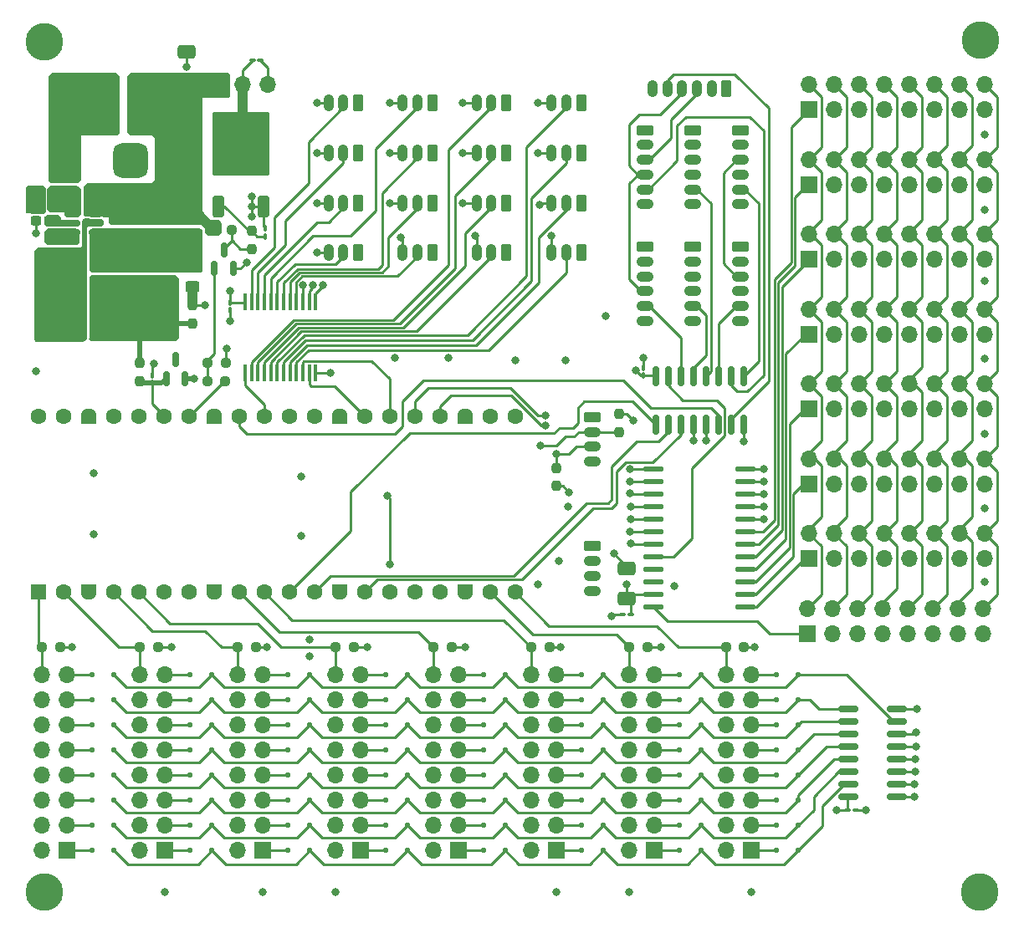
<source format=gtl>
%TF.GenerationSoftware,KiCad,Pcbnew,8.0.8*%
%TF.CreationDate,2025-03-14T22:40:07-03:00*%
%TF.ProjectId,pi_controller,70695f63-6f6e-4747-926f-6c6c65722e6b,1.0*%
%TF.SameCoordinates,Original*%
%TF.FileFunction,Copper,L1,Top*%
%TF.FilePolarity,Positive*%
%FSLAX46Y46*%
G04 Gerber Fmt 4.6, Leading zero omitted, Abs format (unit mm)*
G04 Created by KiCad (PCBNEW 8.0.8) date 2025-03-14 22:40:07*
%MOMM*%
%LPD*%
G01*
G04 APERTURE LIST*
G04 Aperture macros list*
%AMRoundRect*
0 Rectangle with rounded corners*
0 $1 Rounding radius*
0 $2 $3 $4 $5 $6 $7 $8 $9 X,Y pos of 4 corners*
0 Add a 4 corners polygon primitive as box body*
4,1,4,$2,$3,$4,$5,$6,$7,$8,$9,$2,$3,0*
0 Add four circle primitives for the rounded corners*
1,1,$1+$1,$2,$3*
1,1,$1+$1,$4,$5*
1,1,$1+$1,$6,$7*
1,1,$1+$1,$8,$9*
0 Add four rect primitives between the rounded corners*
20,1,$1+$1,$2,$3,$4,$5,0*
20,1,$1+$1,$4,$5,$6,$7,0*
20,1,$1+$1,$6,$7,$8,$9,0*
20,1,$1+$1,$8,$9,$2,$3,0*%
%AMFreePoly0*
4,1,28,0.605014,0.794986,0.644504,0.794986,0.724698,0.756366,0.780194,0.686777,0.800000,0.600000,0.800000,-0.600000,0.780194,-0.686777,0.724698,-0.756366,0.644504,-0.794986,0.605014,-0.794986,0.600000,-0.800000,0.000000,-0.800000,-0.178017,-0.779942,-0.347107,-0.720775,-0.498792,-0.625465,-0.625465,-0.498792,-0.720775,-0.347107,-0.779942,-0.178017,-0.800000,0.000000,-0.779942,0.178017,
-0.720775,0.347107,-0.625465,0.498792,-0.498792,0.625465,-0.347107,0.720775,-0.178017,0.779942,0.000000,0.800000,0.600000,0.800000,0.605014,0.794986,0.605014,0.794986,$1*%
%AMFreePoly1*
4,1,28,0.178017,0.779942,0.347107,0.720775,0.498792,0.625465,0.625465,0.498792,0.720775,0.347107,0.779942,0.178017,0.800000,0.000000,0.779942,-0.178017,0.720775,-0.347107,0.625465,-0.498792,0.498792,-0.625465,0.347107,-0.720775,0.178017,-0.779942,0.000000,-0.800000,-0.600000,-0.800000,-0.605014,-0.794986,-0.644504,-0.794986,-0.724698,-0.756366,-0.780194,-0.686777,-0.800000,-0.600000,
-0.800000,0.600000,-0.780194,0.686777,-0.724698,0.756366,-0.644504,0.794986,-0.605014,0.794986,-0.600000,0.800000,0.000000,0.800000,0.178017,0.779942,0.178017,0.779942,$1*%
G04 Aperture macros list end*
%TA.AperFunction,SMDPad,CuDef*%
%ADD10RoundRect,0.250000X0.650000X-0.412500X0.650000X0.412500X-0.650000X0.412500X-0.650000X-0.412500X0*%
%TD*%
%TA.AperFunction,ComponentPad*%
%ADD11RoundRect,0.200000X0.600000X-0.600000X0.600000X0.600000X-0.600000X0.600000X-0.600000X-0.600000X0*%
%TD*%
%TA.AperFunction,ComponentPad*%
%ADD12C,1.600000*%
%TD*%
%TA.AperFunction,ComponentPad*%
%ADD13FreePoly0,90.000000*%
%TD*%
%TA.AperFunction,ComponentPad*%
%ADD14FreePoly1,90.000000*%
%TD*%
%TA.AperFunction,ComponentPad*%
%ADD15RoundRect,0.250000X0.265000X0.615000X-0.265000X0.615000X-0.265000X-0.615000X0.265000X-0.615000X0*%
%TD*%
%TA.AperFunction,ComponentPad*%
%ADD16O,1.030000X1.730000*%
%TD*%
%TA.AperFunction,ComponentPad*%
%ADD17RoundRect,0.250000X-0.615000X0.265000X-0.615000X-0.265000X0.615000X-0.265000X0.615000X0.265000X0*%
%TD*%
%TA.AperFunction,ComponentPad*%
%ADD18O,1.730000X1.030000*%
%TD*%
%TA.AperFunction,SMDPad,CuDef*%
%ADD19RoundRect,0.237500X0.250000X0.237500X-0.250000X0.237500X-0.250000X-0.237500X0.250000X-0.237500X0*%
%TD*%
%TA.AperFunction,SMDPad,CuDef*%
%ADD20RoundRect,0.250000X-0.650000X0.412500X-0.650000X-0.412500X0.650000X-0.412500X0.650000X0.412500X0*%
%TD*%
%TA.AperFunction,SMDPad,CuDef*%
%ADD21RoundRect,0.125000X0.125000X0.125000X-0.125000X0.125000X-0.125000X-0.125000X0.125000X-0.125000X0*%
%TD*%
%TA.AperFunction,ComponentPad*%
%ADD22R,1.700000X1.700000*%
%TD*%
%TA.AperFunction,ComponentPad*%
%ADD23O,1.700000X1.700000*%
%TD*%
%TA.AperFunction,SMDPad,CuDef*%
%ADD24RoundRect,0.237500X-0.237500X0.250000X-0.237500X-0.250000X0.237500X-0.250000X0.237500X0.250000X0*%
%TD*%
%TA.AperFunction,ComponentPad*%
%ADD25C,2.600000*%
%TD*%
%TA.AperFunction,ConnectorPad*%
%ADD26C,3.800000*%
%TD*%
%TA.AperFunction,SMDPad,CuDef*%
%ADD27RoundRect,0.250000X-0.925000X-1.500000X0.925000X-1.500000X0.925000X1.500000X-0.925000X1.500000X0*%
%TD*%
%TA.AperFunction,SMDPad,CuDef*%
%ADD28RoundRect,0.100000X-0.100000X0.217500X-0.100000X-0.217500X0.100000X-0.217500X0.100000X0.217500X0*%
%TD*%
%TA.AperFunction,SMDPad,CuDef*%
%ADD29RoundRect,0.100000X0.100000X-0.217500X0.100000X0.217500X-0.100000X0.217500X-0.100000X-0.217500X0*%
%TD*%
%TA.AperFunction,SMDPad,CuDef*%
%ADD30RoundRect,0.150000X0.512500X0.150000X-0.512500X0.150000X-0.512500X-0.150000X0.512500X-0.150000X0*%
%TD*%
%TA.AperFunction,ComponentPad*%
%ADD31R,3.500000X3.500000*%
%TD*%
%TA.AperFunction,ComponentPad*%
%ADD32RoundRect,0.750000X-0.750000X-1.000000X0.750000X-1.000000X0.750000X1.000000X-0.750000X1.000000X0*%
%TD*%
%TA.AperFunction,ComponentPad*%
%ADD33RoundRect,0.875000X-0.875000X-0.875000X0.875000X-0.875000X0.875000X0.875000X-0.875000X0.875000X0*%
%TD*%
%TA.AperFunction,SMDPad,CuDef*%
%ADD34RoundRect,0.150000X0.150000X-0.825000X0.150000X0.825000X-0.150000X0.825000X-0.150000X-0.825000X0*%
%TD*%
%TA.AperFunction,SMDPad,CuDef*%
%ADD35RoundRect,0.100000X-0.217500X-0.100000X0.217500X-0.100000X0.217500X0.100000X-0.217500X0.100000X0*%
%TD*%
%TA.AperFunction,SMDPad,CuDef*%
%ADD36RoundRect,0.250000X0.350000X-0.850000X0.350000X0.850000X-0.350000X0.850000X-0.350000X-0.850000X0*%
%TD*%
%TA.AperFunction,SMDPad,CuDef*%
%ADD37RoundRect,0.250000X1.125000X-1.275000X1.125000X1.275000X-1.125000X1.275000X-1.125000X-1.275000X0*%
%TD*%
%TA.AperFunction,SMDPad,CuDef*%
%ADD38RoundRect,0.249997X2.650003X-2.950003X2.650003X2.950003X-2.650003X2.950003X-2.650003X-2.950003X0*%
%TD*%
%TA.AperFunction,SMDPad,CuDef*%
%ADD39RoundRect,0.237500X0.237500X-0.250000X0.237500X0.250000X-0.237500X0.250000X-0.237500X-0.250000X0*%
%TD*%
%TA.AperFunction,SMDPad,CuDef*%
%ADD40RoundRect,0.250000X-0.450000X0.325000X-0.450000X-0.325000X0.450000X-0.325000X0.450000X0.325000X0*%
%TD*%
%TA.AperFunction,SMDPad,CuDef*%
%ADD41R,0.450000X1.750000*%
%TD*%
%TA.AperFunction,SMDPad,CuDef*%
%ADD42RoundRect,0.150000X0.150000X-0.587500X0.150000X0.587500X-0.150000X0.587500X-0.150000X-0.587500X0*%
%TD*%
%TA.AperFunction,SMDPad,CuDef*%
%ADD43RoundRect,0.137500X-0.862500X-0.137500X0.862500X-0.137500X0.862500X0.137500X-0.862500X0.137500X0*%
%TD*%
%TA.AperFunction,SMDPad,CuDef*%
%ADD44RoundRect,0.237500X-0.250000X-0.237500X0.250000X-0.237500X0.250000X0.237500X-0.250000X0.237500X0*%
%TD*%
%TA.AperFunction,SMDPad,CuDef*%
%ADD45RoundRect,0.237500X-0.300000X-0.237500X0.300000X-0.237500X0.300000X0.237500X-0.300000X0.237500X0*%
%TD*%
%TA.AperFunction,SMDPad,CuDef*%
%ADD46RoundRect,0.237500X-0.237500X0.300000X-0.237500X-0.300000X0.237500X-0.300000X0.237500X0.300000X0*%
%TD*%
%TA.AperFunction,SMDPad,CuDef*%
%ADD47RoundRect,0.150000X0.825000X0.150000X-0.825000X0.150000X-0.825000X-0.150000X0.825000X-0.150000X0*%
%TD*%
%TA.AperFunction,SMDPad,CuDef*%
%ADD48RoundRect,0.100000X0.217500X0.100000X-0.217500X0.100000X-0.217500X-0.100000X0.217500X-0.100000X0*%
%TD*%
%TA.AperFunction,ViaPad*%
%ADD49C,0.800000*%
%TD*%
%TA.AperFunction,Conductor*%
%ADD50C,0.250000*%
%TD*%
%TA.AperFunction,Conductor*%
%ADD51C,0.500000*%
%TD*%
%TA.AperFunction,Conductor*%
%ADD52C,1.000000*%
%TD*%
G04 APERTURE END LIST*
D10*
%TO.P,C15,1*%
%TO.N,+9V*%
X106045000Y-62903500D03*
%TO.P,C15,2*%
%TO.N,GND*%
X106045000Y-59778500D03*
%TD*%
%TO.P,C10,1*%
%TO.N,+3V3*%
X150622000Y-115227500D03*
%TO.P,C10,2*%
%TO.N,GND*%
X150622000Y-112102500D03*
%TD*%
D11*
%TO.P,U4,1,GPIO0*%
%TO.N,/ROW1*%
X91059000Y-114554000D03*
D12*
%TO.P,U4,2,GPIO1*%
%TO.N,/ROW2*%
X93599000Y-114554000D03*
D13*
%TO.P,U4,3,GND*%
%TO.N,GND*%
X96139000Y-114554000D03*
D12*
%TO.P,U4,4,GPIO2*%
%TO.N,/ROW3*%
X98679000Y-114554000D03*
%TO.P,U4,5,GPIO3*%
%TO.N,/ROW4*%
X101219000Y-114554000D03*
%TO.P,U4,6,GPIO4*%
%TO.N,/SDA*%
X103759000Y-114554000D03*
%TO.P,U4,7,GPIO5*%
%TO.N,/SCL*%
X106299000Y-114554000D03*
D13*
%TO.P,U4,8,GND*%
%TO.N,GND*%
X108839000Y-114554000D03*
D12*
%TO.P,U4,9,GPIO6*%
%TO.N,/ROW5*%
X111379000Y-114554000D03*
%TO.P,U4,10,GPIO7*%
%TO.N,/ROW6*%
X113919000Y-114554000D03*
%TO.P,U4,11,GPIO8*%
%TO.N,/COL_MUX_A*%
X116459000Y-114554000D03*
%TO.P,U4,12,GPIO9*%
%TO.N,/COL_MUX_B*%
X118999000Y-114554000D03*
D13*
%TO.P,U4,13,GND*%
%TO.N,GND*%
X121539000Y-114554000D03*
D12*
%TO.P,U4,14,GPIO10*%
%TO.N,/COL_MUX_C*%
X124079000Y-114554000D03*
%TO.P,U4,15,GPIO11*%
%TO.N,/ADC_MUX_D*%
X126619000Y-114554000D03*
%TO.P,U4,16,GPIO12*%
%TO.N,/UART0_TX*%
X129159000Y-114554000D03*
%TO.P,U4,17,GPIO13*%
%TO.N,/UART0_RX*%
X131699000Y-114554000D03*
D13*
%TO.P,U4,18,GND*%
%TO.N,GND*%
X134239000Y-114554000D03*
D12*
%TO.P,U4,19,GPIO14*%
%TO.N,/ROW7*%
X136779000Y-114554000D03*
%TO.P,U4,20,GPIO15*%
%TO.N,/ROW8*%
X139319000Y-114554000D03*
%TO.P,U4,21,GPIO16*%
%TO.N,/MISO*%
X139319000Y-96774000D03*
%TO.P,U4,22,GPIO17*%
%TO.N,/CS_KEY*%
X136779000Y-96774000D03*
D14*
%TO.P,U4,23,GND*%
%TO.N,GND*%
X134239000Y-96774000D03*
D12*
%TO.P,U4,24,GPIO18*%
%TO.N,/SCLK*%
X131699000Y-96774000D03*
%TO.P,U4,25,GPIO19*%
%TO.N,/MOSI*%
X129159000Y-96774000D03*
%TO.P,U4,26,GPIO20*%
%TO.N,/ADC_MUX_A*%
X126619000Y-96774000D03*
%TO.P,U4,27,GPIO21*%
%TO.N,/ADC_MUX_B*%
X124079000Y-96774000D03*
D14*
%TO.P,U4,28,GND*%
%TO.N,GND*%
X121539000Y-96774000D03*
D12*
%TO.P,U4,29,GPIO22*%
%TO.N,/ADC_MUX_C*%
X118999000Y-96774000D03*
%TO.P,U4,30,RUN*%
%TO.N,unconnected-(U4-RUN-Pad30)*%
X116459000Y-96774000D03*
%TO.P,U4,31,GPIO26_ADC0*%
%TO.N,/ADC0*%
X113919000Y-96774000D03*
%TO.P,U4,32,GPIO27_ADC1*%
%TO.N,/CS_LED*%
X111379000Y-96774000D03*
D14*
%TO.P,U4,33,AGND*%
%TO.N,GND*%
X108839000Y-96774000D03*
D12*
%TO.P,U4,34,GPIO28_ADC2*%
%TO.N,/PWM_OUT*%
X106299000Y-96774000D03*
%TO.P,U4,35,ADC_VREF*%
%TO.N,VDDA*%
X103759000Y-96774000D03*
%TO.P,U4,36,3V3*%
%TO.N,unconnected-(U4-3V3-Pad36)*%
X101219000Y-96774000D03*
%TO.P,U4,37,3V3_EN*%
%TO.N,unconnected-(U4-3V3_EN-Pad37)*%
X98679000Y-96774000D03*
D14*
%TO.P,U4,38,GND*%
%TO.N,GND*%
X96139000Y-96774000D03*
D12*
%TO.P,U4,39,VSYS*%
%TO.N,unconnected-(U4-VSYS-Pad39)*%
X93599000Y-96774000D03*
%TO.P,U4,40,VBUS*%
%TO.N,unconnected-(U4-VBUS-Pad40)*%
X91059000Y-96774000D03*
%TD*%
D15*
%TO.P,JSPI7,1,Pin_1*%
%TO.N,+3V3*%
X160722000Y-63569000D03*
D16*
%TO.P,JSPI7,2,Pin_2*%
%TO.N,/MOSI*%
X159222000Y-63569000D03*
%TO.P,JSPI7,3,Pin_3*%
%TO.N,/MISO*%
X157722000Y-63569000D03*
%TO.P,JSPI7,4,Pin_4*%
%TO.N,/SCLK*%
X156222000Y-63569000D03*
%TO.P,JSPI7,5,Pin_5*%
%TO.N,/CS8*%
X154722000Y-63569000D03*
%TO.P,JSPI7,6,Pin_6*%
%TO.N,GND*%
X153222000Y-63569000D03*
%TD*%
D17*
%TO.P,JSPI6,1,Pin_1*%
%TO.N,+3V3*%
X162121000Y-67751000D03*
D18*
%TO.P,JSPI6,2,Pin_2*%
%TO.N,/MOSI*%
X162121000Y-69251000D03*
%TO.P,JSPI6,3,Pin_3*%
%TO.N,/MISO*%
X162121000Y-70751000D03*
%TO.P,JSPI6,4,Pin_4*%
%TO.N,/SCLK*%
X162121000Y-72251000D03*
%TO.P,JSPI6,5,Pin_5*%
%TO.N,/CS7*%
X162121000Y-73751000D03*
%TO.P,JSPI6,6,Pin_6*%
%TO.N,GND*%
X162121000Y-75251000D03*
%TD*%
D17*
%TO.P,JSPI5,1,Pin_1*%
%TO.N,+3V3*%
X157295000Y-67751000D03*
D18*
%TO.P,JSPI5,2,Pin_2*%
%TO.N,/MOSI*%
X157295000Y-69251000D03*
%TO.P,JSPI5,3,Pin_3*%
%TO.N,/MISO*%
X157295000Y-70751000D03*
%TO.P,JSPI5,4,Pin_4*%
%TO.N,/SCLK*%
X157295000Y-72251000D03*
%TO.P,JSPI5,5,Pin_5*%
%TO.N,/CS4*%
X157295000Y-73751000D03*
%TO.P,JSPI5,6,Pin_6*%
%TO.N,GND*%
X157295000Y-75251000D03*
%TD*%
D17*
%TO.P,JSPI4,1,Pin_1*%
%TO.N,+3V3*%
X152469000Y-67751000D03*
D18*
%TO.P,JSPI4,2,Pin_2*%
%TO.N,/MOSI*%
X152469000Y-69251000D03*
%TO.P,JSPI4,3,Pin_3*%
%TO.N,/MISO*%
X152469000Y-70751000D03*
%TO.P,JSPI4,4,Pin_4*%
%TO.N,/SCLK*%
X152469000Y-72251000D03*
%TO.P,JSPI4,5,Pin_5*%
%TO.N,/CS6*%
X152469000Y-73751000D03*
%TO.P,JSPI4,6,Pin_6*%
%TO.N,GND*%
X152469000Y-75251000D03*
%TD*%
D17*
%TO.P,JSPI3,1,Pin_1*%
%TO.N,+3V3*%
X162121000Y-79562000D03*
D18*
%TO.P,JSPI3,2,Pin_2*%
%TO.N,/MOSI*%
X162121000Y-81062000D03*
%TO.P,JSPI3,3,Pin_3*%
%TO.N,/MISO*%
X162121000Y-82562000D03*
%TO.P,JSPI3,4,Pin_4*%
%TO.N,/SCLK*%
X162121000Y-84062000D03*
%TO.P,JSPI3,5,Pin_5*%
%TO.N,/CS5*%
X162121000Y-85562000D03*
%TO.P,JSPI3,6,Pin_6*%
%TO.N,GND*%
X162121000Y-87062000D03*
%TD*%
D17*
%TO.P,JSPI2,1,Pin_1*%
%TO.N,+3V3*%
X157295000Y-79562000D03*
D18*
%TO.P,JSPI2,2,Pin_2*%
%TO.N,/MOSI*%
X157295000Y-81062000D03*
%TO.P,JSPI2,3,Pin_3*%
%TO.N,/MISO*%
X157295000Y-82562000D03*
%TO.P,JSPI2,4,Pin_4*%
%TO.N,/SCLK*%
X157295000Y-84062000D03*
%TO.P,JSPI2,5,Pin_5*%
%TO.N,/CS3*%
X157295000Y-85562000D03*
%TO.P,JSPI2,6,Pin_6*%
%TO.N,GND*%
X157295000Y-87062000D03*
%TD*%
D17*
%TO.P,JSPI1,1,Pin_1*%
%TO.N,+3V3*%
X152469000Y-79562000D03*
D18*
%TO.P,JSPI1,2,Pin_2*%
%TO.N,/MOSI*%
X152469000Y-81062000D03*
%TO.P,JSPI1,3,Pin_3*%
%TO.N,/MISO*%
X152469000Y-82562000D03*
%TO.P,JSPI1,4,Pin_4*%
%TO.N,/SCLK*%
X152469000Y-84062000D03*
%TO.P,JSPI1,5,Pin_5*%
%TO.N,/CS2*%
X152469000Y-85562000D03*
%TO.P,JSPI1,6,Pin_6*%
%TO.N,GND*%
X152469000Y-87062000D03*
%TD*%
D17*
%TO.P,J31,1,Pin_1*%
%TO.N,+3V3*%
X147135000Y-109891000D03*
D18*
%TO.P,J31,2,Pin_2*%
%TO.N,/UART0_TX*%
X147135000Y-111391000D03*
%TO.P,J31,3,Pin_3*%
%TO.N,/UART0_RX*%
X147135000Y-112891000D03*
%TO.P,J31,4,Pin_4*%
%TO.N,GND*%
X147135000Y-114391000D03*
%TD*%
D17*
%TO.P,J30,1,Pin_1*%
%TO.N,+3V3*%
X147135000Y-96810000D03*
D18*
%TO.P,J30,2,Pin_2*%
%TO.N,/SDA*%
X147135000Y-98310000D03*
%TO.P,J30,3,Pin_3*%
%TO.N,/SCL*%
X147135000Y-99810000D03*
%TO.P,J30,4,Pin_4*%
%TO.N,GND*%
X147135000Y-101310000D03*
%TD*%
D15*
%TO.P,AN16,1,Pin_1*%
%TO.N,VDDA*%
X130937000Y-80137000D03*
D16*
%TO.P,AN16,2,Pin_2*%
%TO.N,/AN16*%
X129437000Y-80137000D03*
%TO.P,AN16,3,Pin_3*%
%TO.N,GND*%
X127937000Y-80137000D03*
%TD*%
D15*
%TO.P,AN15,1,Pin_1*%
%TO.N,VDDA*%
X130937000Y-75184000D03*
D16*
%TO.P,AN15,2,Pin_2*%
%TO.N,/AN15*%
X129437000Y-75184000D03*
%TO.P,AN15,3,Pin_3*%
%TO.N,GND*%
X127937000Y-75184000D03*
%TD*%
D15*
%TO.P,AN14,1,Pin_1*%
%TO.N,VDDA*%
X130937000Y-70104000D03*
D16*
%TO.P,AN14,2,Pin_2*%
%TO.N,/AN14*%
X129437000Y-70104000D03*
%TO.P,AN14,3,Pin_3*%
%TO.N,GND*%
X127937000Y-70104000D03*
%TD*%
D15*
%TO.P,AN13,1,Pin_1*%
%TO.N,VDDA*%
X123444000Y-80137000D03*
D16*
%TO.P,AN13,2,Pin_2*%
%TO.N,/AN13*%
X121944000Y-80137000D03*
%TO.P,AN13,3,Pin_3*%
%TO.N,GND*%
X120444000Y-80137000D03*
%TD*%
D15*
%TO.P,AN12,1,Pin_1*%
%TO.N,VDDA*%
X130937000Y-65024000D03*
D16*
%TO.P,AN12,2,Pin_2*%
%TO.N,/AN12*%
X129437000Y-65024000D03*
%TO.P,AN12,3,Pin_3*%
%TO.N,GND*%
X127937000Y-65024000D03*
%TD*%
D15*
%TO.P,AN11,1,Pin_1*%
%TO.N,VDDA*%
X123444000Y-75184000D03*
D16*
%TO.P,AN11,2,Pin_2*%
%TO.N,/AN11*%
X121944000Y-75184000D03*
%TO.P,AN11,3,Pin_3*%
%TO.N,GND*%
X120444000Y-75184000D03*
%TD*%
D15*
%TO.P,AN10,1,Pin_1*%
%TO.N,VDDA*%
X123444000Y-70104000D03*
D16*
%TO.P,AN10,2,Pin_2*%
%TO.N,/AN10*%
X121944000Y-70104000D03*
%TO.P,AN10,3,Pin_3*%
%TO.N,GND*%
X120444000Y-70104000D03*
%TD*%
D15*
%TO.P,AN9,1,Pin_1*%
%TO.N,VDDA*%
X123444000Y-65024000D03*
D16*
%TO.P,AN9,2,Pin_2*%
%TO.N,/AN9*%
X121944000Y-65024000D03*
%TO.P,AN9,3,Pin_3*%
%TO.N,GND*%
X120444000Y-65024000D03*
%TD*%
D15*
%TO.P,AN8,1,Pin_1*%
%TO.N,VDDA*%
X138430000Y-65024000D03*
D16*
%TO.P,AN8,2,Pin_2*%
%TO.N,/AN8*%
X136930000Y-65024000D03*
%TO.P,AN8,3,Pin_3*%
%TO.N,GND*%
X135430000Y-65024000D03*
%TD*%
D15*
%TO.P,AN7,1,Pin_1*%
%TO.N,VDDA*%
X138430000Y-70104000D03*
D16*
%TO.P,AN7,2,Pin_2*%
%TO.N,/AN7*%
X136930000Y-70104000D03*
%TO.P,AN7,3,Pin_3*%
%TO.N,GND*%
X135430000Y-70104000D03*
%TD*%
D15*
%TO.P,AN6,1,Pin_1*%
%TO.N,VDDA*%
X138430000Y-75184000D03*
D16*
%TO.P,AN6,2,Pin_2*%
%TO.N,/AN6*%
X136930000Y-75184000D03*
%TO.P,AN6,3,Pin_3*%
%TO.N,GND*%
X135430000Y-75184000D03*
%TD*%
D15*
%TO.P,AN5,1,Pin_1*%
%TO.N,VDDA*%
X138430000Y-80137000D03*
D16*
%TO.P,AN5,2,Pin_2*%
%TO.N,/AN5*%
X136930000Y-80137000D03*
%TO.P,AN5,3,Pin_3*%
%TO.N,GND*%
X135430000Y-80137000D03*
%TD*%
D15*
%TO.P,AN4,1,Pin_1*%
%TO.N,VDDA*%
X146026000Y-65024000D03*
D16*
%TO.P,AN4,2,Pin_2*%
%TO.N,/AN4*%
X144526000Y-65024000D03*
%TO.P,AN4,3,Pin_3*%
%TO.N,GND*%
X143026000Y-65024000D03*
%TD*%
D15*
%TO.P,AN3,1,Pin_1*%
%TO.N,VDDA*%
X146026000Y-70104000D03*
D16*
%TO.P,AN3,2,Pin_2*%
%TO.N,/AN3*%
X144526000Y-70104000D03*
%TO.P,AN3,3,Pin_3*%
%TO.N,GND*%
X143026000Y-70104000D03*
%TD*%
D15*
%TO.P,AN2,1,Pin_1*%
%TO.N,VDDA*%
X146026000Y-75184000D03*
D16*
%TO.P,AN2,2,Pin_2*%
%TO.N,/AN2*%
X144526000Y-75184000D03*
%TO.P,AN2,3,Pin_3*%
%TO.N,GND*%
X143026000Y-75184000D03*
%TD*%
D15*
%TO.P,AN1,1,Pin_1*%
%TO.N,VDDA*%
X146026000Y-80137000D03*
D16*
%TO.P,AN1,2,Pin_2*%
%TO.N,/AN1*%
X144526000Y-80137000D03*
%TO.P,AN1,3,Pin_3*%
%TO.N,GND*%
X143026000Y-80137000D03*
%TD*%
D19*
%TO.P,R9,1*%
%TO.N,+3V3*%
X93265000Y-120142000D03*
%TO.P,R9,2*%
%TO.N,/ROW1*%
X91440000Y-120142000D03*
%TD*%
D20*
%TO.P,C2,1*%
%TO.N,GND*%
X103639244Y-81072946D03*
%TO.P,C2,2*%
%TO.N,+3V3*%
X103639244Y-84197946D03*
%TD*%
D21*
%TO.P,D42,1,K*%
%TO.N,/COL4*%
X148245000Y-133096000D03*
%TO.P,D42,2,A*%
%TO.N,Net-(D42-A)*%
X146045000Y-133096000D03*
%TD*%
%TO.P,D23,1,K*%
%TO.N,/COL5*%
X128438000Y-130540210D03*
%TO.P,D23,2,A*%
%TO.N,Net-(D23-A)*%
X126238000Y-130540210D03*
%TD*%
D19*
%TO.P,R10,1*%
%TO.N,+3V3*%
X113077000Y-120142000D03*
%TO.P,R10,2*%
%TO.N,/ROW3*%
X111252000Y-120142000D03*
%TD*%
D22*
%TO.P,JR1,1,Pin_1*%
%TO.N,Net-(D58-A)*%
X93980000Y-140716000D03*
D23*
%TO.P,JR1,2,Pin_2*%
%TO.N,/ROW1*%
X91440000Y-140716000D03*
%TO.P,JR1,3,Pin_3*%
%TO.N,Net-(D12-A)*%
X93980000Y-138176000D03*
%TO.P,JR1,4,Pin_4*%
%TO.N,/ROW1*%
X91440000Y-138176000D03*
%TO.P,JR1,5,Pin_5*%
%TO.N,Net-(D2-A)*%
X93980000Y-135636000D03*
%TO.P,JR1,6,Pin_6*%
%TO.N,/ROW1*%
X91440000Y-135636000D03*
%TO.P,JR1,7,Pin_7*%
%TO.N,Net-(D11-A)*%
X93980000Y-133096000D03*
%TO.P,JR1,8,Pin_8*%
%TO.N,/ROW1*%
X91440000Y-133096000D03*
%TO.P,JR1,9,Pin_9*%
%TO.N,Net-(D9-A)*%
X93980000Y-130556000D03*
%TO.P,JR1,10,Pin_10*%
%TO.N,/ROW1*%
X91440000Y-130556000D03*
%TO.P,JR1,11,Pin_11*%
%TO.N,Net-(D7-A)*%
X93980000Y-128016000D03*
%TO.P,JR1,12,Pin_12*%
%TO.N,/ROW1*%
X91440000Y-128016000D03*
%TO.P,JR1,13,Pin_13*%
%TO.N,Net-(D5-A)*%
X93980000Y-125476000D03*
%TO.P,JR1,14,Pin_14*%
%TO.N,/ROW1*%
X91440000Y-125476000D03*
%TO.P,JR1,15,Pin_15*%
%TO.N,Net-(D3-A)*%
X93980000Y-122936000D03*
%TO.P,JR1,16,Pin_16*%
%TO.N,/ROW1*%
X91440000Y-122936000D03*
%TD*%
D21*
%TO.P,D58,1,K*%
%TO.N,/COL1*%
X98715000Y-140716000D03*
%TO.P,D58,2,A*%
%TO.N,Net-(D58-A)*%
X96515000Y-140716000D03*
%TD*%
%TO.P,D31,1,K*%
%TO.N,/COL2*%
X128438000Y-138160210D03*
%TO.P,D31,2,A*%
%TO.N,Net-(D31-A)*%
X126238000Y-138160210D03*
%TD*%
%TO.P,D59,1,K*%
%TO.N,/COL1*%
X108626000Y-140716000D03*
%TO.P,D59,2,A*%
%TO.N,Net-(D59-A)*%
X106426000Y-140716000D03*
%TD*%
D19*
%TO.P,R12,1*%
%TO.N,+3V3*%
X122983000Y-120126210D03*
%TO.P,R12,2*%
%TO.N,/ROW4*%
X121158000Y-120126210D03*
%TD*%
D24*
%TO.P,R4,1*%
%TO.N,Net-(D1-A)*%
X106680000Y-85515500D03*
%TO.P,R4,2*%
%TO.N,+3V3*%
X106680000Y-87340500D03*
%TD*%
D22*
%TO.P,JR6,1,Pin_1*%
%TO.N,Net-(D64-A)*%
X143510000Y-140716000D03*
D23*
%TO.P,JR6,2,Pin_2*%
%TO.N,/ROW6*%
X140970000Y-140716000D03*
%TO.P,JR6,3,Pin_3*%
%TO.N,Net-(D40-A)*%
X143510000Y-138176000D03*
%TO.P,JR6,4,Pin_4*%
%TO.N,/ROW6*%
X140970000Y-138176000D03*
%TO.P,JR6,5,Pin_5*%
%TO.N,Net-(D41-A)*%
X143510000Y-135636000D03*
%TO.P,JR6,6,Pin_6*%
%TO.N,/ROW6*%
X140970000Y-135636000D03*
%TO.P,JR6,7,Pin_7*%
%TO.N,Net-(D42-A)*%
X143510000Y-133096000D03*
%TO.P,JR6,8,Pin_8*%
%TO.N,/ROW6*%
X140970000Y-133096000D03*
%TO.P,JR6,9,Pin_9*%
%TO.N,Net-(D43-A)*%
X143510000Y-130556000D03*
%TO.P,JR6,10,Pin_10*%
%TO.N,/ROW6*%
X140970000Y-130556000D03*
%TO.P,JR6,11,Pin_11*%
%TO.N,Net-(D44-A)*%
X143510000Y-128016000D03*
%TO.P,JR6,12,Pin_12*%
%TO.N,/ROW6*%
X140970000Y-128016000D03*
%TO.P,JR6,13,Pin_13*%
%TO.N,Net-(D45-A)*%
X143510000Y-125476000D03*
%TO.P,JR6,14,Pin_14*%
%TO.N,/ROW6*%
X140970000Y-125476000D03*
%TO.P,JR6,15,Pin_15*%
%TO.N,Net-(D46-A)*%
X143510000Y-122936000D03*
%TO.P,JR6,16,Pin_16*%
%TO.N,/ROW6*%
X140970000Y-122936000D03*
%TD*%
D22*
%TO.P,JR3,1,Pin_1*%
%TO.N,Net-(D60-A)*%
X113792000Y-140716000D03*
D23*
%TO.P,JR3,2,Pin_2*%
%TO.N,/ROW3*%
X111252000Y-140716000D03*
%TO.P,JR3,3,Pin_3*%
%TO.N,Net-(D36-A)*%
X113792000Y-138176000D03*
%TO.P,JR3,4,Pin_4*%
%TO.N,/ROW3*%
X111252000Y-138176000D03*
%TO.P,JR3,5,Pin_5*%
%TO.N,Net-(D33-A)*%
X113792000Y-135636000D03*
%TO.P,JR3,6,Pin_6*%
%TO.N,/ROW3*%
X111252000Y-135636000D03*
%TO.P,JR3,7,Pin_7*%
%TO.N,Net-(D32-A)*%
X113792000Y-133096000D03*
%TO.P,JR3,8,Pin_8*%
%TO.N,/ROW3*%
X111252000Y-133096000D03*
%TO.P,JR3,9,Pin_9*%
%TO.N,Net-(D34-A)*%
X113792000Y-130556000D03*
%TO.P,JR3,10,Pin_10*%
%TO.N,/ROW3*%
X111252000Y-130556000D03*
%TO.P,JR3,11,Pin_11*%
%TO.N,Net-(D26-A)*%
X113792000Y-128016000D03*
%TO.P,JR3,12,Pin_12*%
%TO.N,/ROW3*%
X111252000Y-128016000D03*
%TO.P,JR3,13,Pin_13*%
%TO.N,Net-(D29-A)*%
X113792000Y-125476000D03*
%TO.P,JR3,14,Pin_14*%
%TO.N,/ROW3*%
X111252000Y-125476000D03*
%TO.P,JR3,15,Pin_15*%
%TO.N,Net-(D35-A)*%
X113792000Y-122936000D03*
%TO.P,JR3,16,Pin_16*%
%TO.N,/ROW3*%
X111252000Y-122936000D03*
%TD*%
D19*
%TO.P,R5,1*%
%TO.N,GND*%
X110029000Y-91313000D03*
%TO.P,R5,2*%
%TO.N,Net-(Q2-B)*%
X108204000Y-91313000D03*
%TD*%
D21*
%TO.P,D10,1,K*%
%TO.N,/COL4*%
X108626000Y-133096000D03*
%TO.P,D10,2,A*%
%TO.N,Net-(D10-A)*%
X106426000Y-133096000D03*
%TD*%
%TO.P,D35,1,K*%
%TO.N,/COL8*%
X118527000Y-122936000D03*
%TO.P,D35,2,A*%
%TO.N,Net-(D35-A)*%
X116327000Y-122936000D03*
%TD*%
%TO.P,D3,1,K*%
%TO.N,/COL8*%
X98715000Y-122936000D03*
%TO.P,D3,2,A*%
%TO.N,Net-(D3-A)*%
X96515000Y-122936000D03*
%TD*%
D25*
%TO.P,H4,1,1*%
%TO.N,GND*%
X186309000Y-144907000D03*
D26*
X186309000Y-144907000D03*
%TD*%
D21*
%TO.P,D52,1,K*%
%TO.N,/COL7*%
X167968000Y-125476000D03*
%TO.P,D52,2,A*%
%TO.N,Net-(D52-A)*%
X165768000Y-125476000D03*
%TD*%
D19*
%TO.P,R2,1*%
%TO.N,Net-(U1-FB)*%
X92633344Y-75063384D03*
%TO.P,R2,2*%
%TO.N,+3V3*%
X90808344Y-75063384D03*
%TD*%
D21*
%TO.P,D13,1,K*%
%TO.N,/COL2*%
X108626000Y-138176000D03*
%TO.P,D13,2,A*%
%TO.N,Net-(D13-A)*%
X106426000Y-138176000D03*
%TD*%
%TO.P,D41,1,K*%
%TO.N,/COL3*%
X148245000Y-135636000D03*
%TO.P,D41,2,A*%
%TO.N,Net-(D41-A)*%
X146045000Y-135636000D03*
%TD*%
D10*
%TO.P,C4,1*%
%TO.N,GND*%
X99187000Y-78803123D03*
%TO.P,C4,2*%
%TO.N,+9V*%
X99187000Y-75678123D03*
%TD*%
D21*
%TO.P,D22,1,K*%
%TO.N,/COL5*%
X138334000Y-130556000D03*
%TO.P,D22,2,A*%
%TO.N,Net-(D22-A)*%
X136134000Y-130556000D03*
%TD*%
D27*
%TO.P,L1,1,1*%
%TO.N,Net-(U1-SW)*%
X92352000Y-85471000D03*
%TO.P,L1,2,2*%
%TO.N,+3V3*%
X98402000Y-85471000D03*
%TD*%
D21*
%TO.P,D32,1,K*%
%TO.N,/COL4*%
X118532000Y-133096000D03*
%TO.P,D32,2,A*%
%TO.N,Net-(D32-A)*%
X116332000Y-133096000D03*
%TD*%
%TO.P,D26,1,K*%
%TO.N,/COL6*%
X118532000Y-128016000D03*
%TO.P,D26,2,A*%
%TO.N,Net-(D26-A)*%
X116332000Y-128016000D03*
%TD*%
%TO.P,D40,1,K*%
%TO.N,/COL2*%
X148245000Y-138176000D03*
%TO.P,D40,2,A*%
%TO.N,Net-(D40-A)*%
X146045000Y-138176000D03*
%TD*%
D19*
%TO.P,R3,1*%
%TO.N,Net-(Q2-C)*%
X110640500Y-77851000D03*
%TO.P,R3,2*%
%TO.N,+9V*%
X108815500Y-77851000D03*
%TD*%
D20*
%TO.P,C3,1*%
%TO.N,GND*%
X101092000Y-81076000D03*
%TO.P,C3,2*%
%TO.N,+3V3*%
X101092000Y-84201000D03*
%TD*%
D21*
%TO.P,D2,1,K*%
%TO.N,/COL3*%
X98715000Y-135636000D03*
%TO.P,D2,2,A*%
%TO.N,Net-(D2-A)*%
X96515000Y-135636000D03*
%TD*%
%TO.P,D16,1,K*%
%TO.N,/COL8*%
X128438000Y-122920210D03*
%TO.P,D16,2,A*%
%TO.N,Net-(D16-A)*%
X126238000Y-122920210D03*
%TD*%
D28*
%TO.P,C1,1*%
%TO.N,+3V3*%
X110490000Y-85183000D03*
%TO.P,C1,2*%
%TO.N,GND*%
X110490000Y-85998000D03*
%TD*%
D24*
%TO.P,R1,1*%
%TO.N,GND*%
X94424338Y-72627127D03*
%TO.P,R1,2*%
%TO.N,Net-(U1-FB)*%
X94424338Y-74452127D03*
%TD*%
D21*
%TO.P,D60,1,K*%
%TO.N,/COL1*%
X118532000Y-140716000D03*
%TO.P,D60,2,A*%
%TO.N,Net-(D60-A)*%
X116332000Y-140716000D03*
%TD*%
%TO.P,D65,1,K*%
%TO.N,/COL1*%
X167968000Y-140716000D03*
%TO.P,D65,2,A*%
%TO.N,Net-(D65-A)*%
X165768000Y-140716000D03*
%TD*%
D19*
%TO.P,R11,1*%
%TO.N,+3V3*%
X103171000Y-120142000D03*
%TO.P,R11,2*%
%TO.N,/ROW2*%
X101346000Y-120142000D03*
%TD*%
D21*
%TO.P,D46,1,K*%
%TO.N,/COL8*%
X148245163Y-122936000D03*
%TO.P,D46,2,A*%
%TO.N,Net-(D46-A)*%
X146045163Y-122936000D03*
%TD*%
%TO.P,D44,1,K*%
%TO.N,/COL6*%
X148245000Y-128016000D03*
%TO.P,D44,2,A*%
%TO.N,Net-(D44-A)*%
X146045000Y-128016000D03*
%TD*%
D29*
%TO.P,C8,1*%
%TO.N,VDDA*%
X102616000Y-93368500D03*
%TO.P,C8,2*%
%TO.N,GND*%
X102616000Y-92553500D03*
%TD*%
D22*
%TO.P,J28,1,Pin_1*%
%TO.N,/SEG11*%
X169037000Y-73242714D03*
D23*
%TO.P,J28,2,Pin_2*%
%TO.N,/GRID8*%
X169037000Y-70702714D03*
%TO.P,J28,3,Pin_3*%
%TO.N,/SEG11*%
X171577000Y-73242714D03*
%TO.P,J28,4,Pin_4*%
%TO.N,/GRID7*%
X171577000Y-70702714D03*
%TO.P,J28,5,Pin_5*%
%TO.N,/SEG11*%
X174117000Y-73242714D03*
%TO.P,J28,6,Pin_6*%
%TO.N,/GRID6*%
X174117000Y-70702714D03*
%TO.P,J28,7,Pin_7*%
%TO.N,/SEG11*%
X176657000Y-73242714D03*
%TO.P,J28,8,Pin_8*%
%TO.N,/GRID5*%
X176657000Y-70702714D03*
%TO.P,J28,9,Pin_9*%
%TO.N,/SEG11*%
X179197000Y-73242714D03*
%TO.P,J28,10,Pin_10*%
%TO.N,/GRID4*%
X179197000Y-70702714D03*
%TO.P,J28,11,Pin_11*%
%TO.N,/SEG11*%
X181737000Y-73242714D03*
%TO.P,J28,12,Pin_12*%
%TO.N,/GRID3*%
X181737000Y-70702714D03*
%TO.P,J28,13,Pin_13*%
%TO.N,/SEG11*%
X184277000Y-73242714D03*
%TO.P,J28,14,Pin_14*%
%TO.N,/GRID2*%
X184277000Y-70702714D03*
%TO.P,J28,15,Pin_15*%
%TO.N,/SEG11*%
X186817000Y-73242714D03*
%TO.P,J28,16,Pin_16*%
%TO.N,/GRID1*%
X186817000Y-70702714D03*
%TD*%
D21*
%TO.P,D17,1,K*%
%TO.N,/COL7*%
X138334000Y-125476000D03*
%TO.P,D17,2,A*%
%TO.N,Net-(D17-A)*%
X136134000Y-125476000D03*
%TD*%
D22*
%TO.P,JR4,1,Pin_1*%
%TO.N,Net-(D62-A)*%
X123698000Y-140700210D03*
D23*
%TO.P,JR4,2,Pin_2*%
%TO.N,/ROW4*%
X121158000Y-140700210D03*
%TO.P,JR4,3,Pin_3*%
%TO.N,Net-(D31-A)*%
X123698000Y-138160210D03*
%TO.P,JR4,4,Pin_4*%
%TO.N,/ROW4*%
X121158000Y-138160210D03*
%TO.P,JR4,5,Pin_5*%
%TO.N,Net-(D28-A)*%
X123698000Y-135620210D03*
%TO.P,JR4,6,Pin_6*%
%TO.N,/ROW4*%
X121158000Y-135620210D03*
%TO.P,JR4,7,Pin_7*%
%TO.N,Net-(D25-A)*%
X123698000Y-133080210D03*
%TO.P,JR4,8,Pin_8*%
%TO.N,/ROW4*%
X121158000Y-133080210D03*
%TO.P,JR4,9,Pin_9*%
%TO.N,Net-(D23-A)*%
X123698000Y-130540210D03*
%TO.P,JR4,10,Pin_10*%
%TO.N,/ROW4*%
X121158000Y-130540210D03*
%TO.P,JR4,11,Pin_11*%
%TO.N,Net-(D21-A)*%
X123698000Y-128000210D03*
%TO.P,JR4,12,Pin_12*%
%TO.N,/ROW4*%
X121158000Y-128000210D03*
%TO.P,JR4,13,Pin_13*%
%TO.N,Net-(D18-A)*%
X123698000Y-125460210D03*
%TO.P,JR4,14,Pin_14*%
%TO.N,/ROW4*%
X121158000Y-125460210D03*
%TO.P,JR4,15,Pin_15*%
%TO.N,Net-(D16-A)*%
X123698000Y-122920210D03*
%TO.P,JR4,16,Pin_16*%
%TO.N,/ROW4*%
X121158000Y-122920210D03*
%TD*%
D24*
%TO.P,R7,2*%
%TO.N,+3V3*%
X143510000Y-103782500D03*
%TO.P,R7,1*%
%TO.N,/SCL*%
X143510000Y-101957500D03*
%TD*%
D25*
%TO.P,H2,1,1*%
%TO.N,GND*%
X186436000Y-58674000D03*
D26*
X186436000Y-58674000D03*
%TD*%
D21*
%TO.P,D34,1,K*%
%TO.N,/COL5*%
X118532000Y-130556000D03*
%TO.P,D34,2,A*%
%TO.N,Net-(D34-A)*%
X116332000Y-130556000D03*
%TD*%
D30*
%TO.P,U1,1,GND*%
%TO.N,GND*%
X96890000Y-78122011D03*
%TO.P,U1,2,SW*%
%TO.N,Net-(U1-SW)*%
X96890000Y-77172011D03*
%TO.P,U1,3,IN*%
%TO.N,+9V*%
X96890000Y-76222011D03*
%TO.P,U1,4,FB*%
%TO.N,Net-(U1-FB)*%
X94615000Y-76222011D03*
%TO.P,U1,5,EN*%
%TO.N,Net-(U1-EN)*%
X94615000Y-77172011D03*
%TO.P,U1,6,BST*%
%TO.N,Net-(U1-BST)*%
X94615000Y-78122011D03*
%TD*%
D31*
%TO.P,J2,1*%
%TO.N,+9V*%
X103409000Y-66098500D03*
D32*
%TO.P,J2,2*%
%TO.N,GND*%
X97409000Y-66098500D03*
D33*
%TO.P,J2,3*%
%TO.N,unconnected-(J2-Pad3)*%
X100409000Y-70798500D03*
%TD*%
D34*
%TO.P,U5,1,A0*%
%TO.N,/COL_MUX_A*%
X153543000Y-97598000D03*
%TO.P,U5,2,A1*%
%TO.N,/COL_MUX_B*%
X154813000Y-97598000D03*
%TO.P,U5,3,A2*%
%TO.N,/COL_MUX_C*%
X156083000Y-97598000D03*
%TO.P,U5,4,~{E0}*%
%TO.N,GND*%
X157353000Y-97598000D03*
%TO.P,U5,5,~{E1}*%
X158623000Y-97598000D03*
%TO.P,U5,6,E2*%
%TO.N,/CS_LED*%
X159893000Y-97598000D03*
%TO.P,U5,7,~{Y7}*%
%TO.N,/CS8*%
X161163000Y-97598000D03*
%TO.P,U5,8,GND*%
%TO.N,GND*%
X162433000Y-97598000D03*
%TO.P,U5,9,~{Y6}*%
%TO.N,/CS7*%
X162433000Y-92648000D03*
%TO.P,U5,10,~{Y5}*%
%TO.N,/CS6*%
X161163000Y-92648000D03*
%TO.P,U5,11,~{Y4}*%
%TO.N,/CS5*%
X159893000Y-92648000D03*
%TO.P,U5,12,~{Y3}*%
%TO.N,/CS4*%
X158623000Y-92648000D03*
%TO.P,U5,13,~{Y2}*%
%TO.N,/CS3*%
X157353000Y-92648000D03*
%TO.P,U5,14,~{Y1}*%
%TO.N,/CS2*%
X156083000Y-92648000D03*
%TO.P,U5,15,~{Y0}*%
%TO.N,/CS1*%
X154813000Y-92648000D03*
%TO.P,U5,16,VCC*%
%TO.N,+3V3*%
X153543000Y-92648000D03*
%TD*%
D29*
%TO.P,C14,1*%
%TO.N,Net-(C14-Pad1)*%
X114046000Y-78512500D03*
%TO.P,C14,2*%
%TO.N,GND*%
X114046000Y-77697500D03*
%TD*%
D21*
%TO.P,D6,1,K*%
%TO.N,/COL6*%
X108626000Y-128016000D03*
%TO.P,D6,2,A*%
%TO.N,Net-(D6-A)*%
X106426000Y-128016000D03*
%TD*%
D22*
%TO.P,J27,1,Pin_1*%
%TO.N,/SEG9*%
X169037000Y-88410142D03*
D23*
%TO.P,J27,2,Pin_2*%
%TO.N,/GRID8*%
X169037000Y-85870142D03*
%TO.P,J27,3,Pin_3*%
%TO.N,/SEG9*%
X171577000Y-88410142D03*
%TO.P,J27,4,Pin_4*%
%TO.N,/GRID7*%
X171577000Y-85870142D03*
%TO.P,J27,5,Pin_5*%
%TO.N,/SEG9*%
X174117000Y-88410142D03*
%TO.P,J27,6,Pin_6*%
%TO.N,/GRID6*%
X174117000Y-85870142D03*
%TO.P,J27,7,Pin_7*%
%TO.N,/SEG9*%
X176657000Y-88410142D03*
%TO.P,J27,8,Pin_8*%
%TO.N,/GRID5*%
X176657000Y-85870142D03*
%TO.P,J27,9,Pin_9*%
%TO.N,/SEG9*%
X179197000Y-88410142D03*
%TO.P,J27,10,Pin_10*%
%TO.N,/GRID4*%
X179197000Y-85870142D03*
%TO.P,J27,11,Pin_11*%
%TO.N,/SEG9*%
X181737000Y-88410142D03*
%TO.P,J27,12,Pin_12*%
%TO.N,/GRID3*%
X181737000Y-85870142D03*
%TO.P,J27,13,Pin_13*%
%TO.N,/SEG9*%
X184277000Y-88410142D03*
%TO.P,J27,14,Pin_14*%
%TO.N,/GRID2*%
X184277000Y-85870142D03*
%TO.P,J27,15,Pin_15*%
%TO.N,/SEG9*%
X186817000Y-88410142D03*
%TO.P,J27,16,Pin_16*%
%TO.N,/GRID1*%
X186817000Y-85870142D03*
%TD*%
D21*
%TO.P,D19,1,K*%
%TO.N,/COL8*%
X138334000Y-122936000D03*
%TO.P,D19,2,A*%
%TO.N,Net-(D19-A)*%
X136134000Y-122936000D03*
%TD*%
%TO.P,D48,1,K*%
%TO.N,/COL2*%
X158151000Y-138176000D03*
%TO.P,D48,2,A*%
%TO.N,Net-(D48-A)*%
X155951000Y-138176000D03*
%TD*%
%TO.P,D21,1,K*%
%TO.N,/COL6*%
X128438000Y-128000210D03*
%TO.P,D21,2,A*%
%TO.N,Net-(D21-A)*%
X126238000Y-128000210D03*
%TD*%
D35*
%TO.P,C12,1*%
%TO.N,+3V3*%
X172999000Y-136652000D03*
%TO.P,C12,2*%
%TO.N,GND*%
X173814000Y-136652000D03*
%TD*%
D21*
%TO.P,D8,1,K*%
%TO.N,/COL5*%
X108626000Y-130556000D03*
%TO.P,D8,2,A*%
%TO.N,Net-(D8-A)*%
X106426000Y-130556000D03*
%TD*%
D24*
%TO.P,R6,1*%
%TO.N,+3V3*%
X101346000Y-91338000D03*
%TO.P,R6,2*%
%TO.N,VDDA*%
X101346000Y-93163000D03*
%TD*%
D22*
%TO.P,J29,1,Pin_1*%
%TO.N,/SEG12*%
X169037000Y-65659000D03*
D23*
%TO.P,J29,2,Pin_2*%
%TO.N,/GRID8*%
X169037000Y-63119000D03*
%TO.P,J29,3,Pin_3*%
%TO.N,/SEG12*%
X171577000Y-65659000D03*
%TO.P,J29,4,Pin_4*%
%TO.N,/GRID7*%
X171577000Y-63119000D03*
%TO.P,J29,5,Pin_5*%
%TO.N,/SEG12*%
X174117000Y-65659000D03*
%TO.P,J29,6,Pin_6*%
%TO.N,/GRID6*%
X174117000Y-63119000D03*
%TO.P,J29,7,Pin_7*%
%TO.N,/SEG12*%
X176657000Y-65659000D03*
%TO.P,J29,8,Pin_8*%
%TO.N,/GRID5*%
X176657000Y-63119000D03*
%TO.P,J29,9,Pin_9*%
%TO.N,/SEG12*%
X179197000Y-65659000D03*
%TO.P,J29,10,Pin_10*%
%TO.N,/GRID4*%
X179197000Y-63119000D03*
%TO.P,J29,11,Pin_11*%
%TO.N,/SEG12*%
X181737000Y-65659000D03*
%TO.P,J29,12,Pin_12*%
%TO.N,/GRID3*%
X181737000Y-63119000D03*
%TO.P,J29,13,Pin_13*%
%TO.N,/SEG12*%
X184277000Y-65659000D03*
%TO.P,J29,14,Pin_14*%
%TO.N,/GRID2*%
X184277000Y-63119000D03*
%TO.P,J29,15,Pin_15*%
%TO.N,/SEG12*%
X186817000Y-65659000D03*
%TO.P,J29,16,Pin_16*%
%TO.N,/GRID1*%
X186817000Y-63119000D03*
%TD*%
D21*
%TO.P,D12,1,K*%
%TO.N,/COL2*%
X98715000Y-138176000D03*
%TO.P,D12,2,A*%
%TO.N,Net-(D12-A)*%
X96515000Y-138176000D03*
%TD*%
%TO.P,D28,1,K*%
%TO.N,/COL3*%
X128438000Y-135620210D03*
%TO.P,D28,2,A*%
%TO.N,Net-(D28-A)*%
X126238000Y-135620210D03*
%TD*%
%TO.P,D24,1,K*%
%TO.N,/COL4*%
X138334000Y-133096000D03*
%TO.P,D24,2,A*%
%TO.N,Net-(D24-A)*%
X136134000Y-133096000D03*
%TD*%
%TO.P,D11,1,K*%
%TO.N,/COL4*%
X98715000Y-133096000D03*
%TO.P,D11,2,A*%
%TO.N,Net-(D11-A)*%
X96515000Y-133096000D03*
%TD*%
%TO.P,D18,1,K*%
%TO.N,/COL7*%
X128438000Y-125460210D03*
%TO.P,D18,2,A*%
%TO.N,Net-(D18-A)*%
X126238000Y-125460210D03*
%TD*%
%TO.P,D15,1,K*%
%TO.N,/COL7*%
X108626000Y-125476000D03*
%TO.P,D15,2,A*%
%TO.N,Net-(D15-A)*%
X106426000Y-125476000D03*
%TD*%
D22*
%TO.P,J35,1,Pin_1*%
%TO.N,/SEG4*%
X169037000Y-95993856D03*
D23*
%TO.P,J35,2,Pin_2*%
%TO.N,/GRID8*%
X169037000Y-93453856D03*
%TO.P,J35,3,Pin_3*%
%TO.N,/SEG4*%
X171577000Y-95993856D03*
%TO.P,J35,4,Pin_4*%
%TO.N,/GRID7*%
X171577000Y-93453856D03*
%TO.P,J35,5,Pin_5*%
%TO.N,/SEG4*%
X174117000Y-95993856D03*
%TO.P,J35,6,Pin_6*%
%TO.N,/GRID6*%
X174117000Y-93453856D03*
%TO.P,J35,7,Pin_7*%
%TO.N,/SEG4*%
X176657000Y-95993856D03*
%TO.P,J35,8,Pin_8*%
%TO.N,/GRID5*%
X176657000Y-93453856D03*
%TO.P,J35,9,Pin_9*%
%TO.N,/SEG4*%
X179197000Y-95993856D03*
%TO.P,J35,10,Pin_10*%
%TO.N,/GRID4*%
X179197000Y-93453856D03*
%TO.P,J35,11,Pin_11*%
%TO.N,/SEG4*%
X181737000Y-95993856D03*
%TO.P,J35,12,Pin_12*%
%TO.N,/GRID3*%
X181737000Y-93453856D03*
%TO.P,J35,13,Pin_13*%
%TO.N,/SEG4*%
X184277000Y-95993856D03*
%TO.P,J35,14,Pin_14*%
%TO.N,/GRID2*%
X184277000Y-93453856D03*
%TO.P,J35,15,Pin_15*%
%TO.N,/SEG4*%
X186817000Y-95993856D03*
%TO.P,J35,16,Pin_16*%
%TO.N,/GRID1*%
X186817000Y-93453856D03*
%TD*%
%TO.P,J33,16,Pin_16*%
%TO.N,/GRID1*%
X186690000Y-116205000D03*
%TO.P,J33,15,Pin_15*%
%TO.N,/SEG1*%
X186690000Y-118745000D03*
%TO.P,J33,14,Pin_14*%
%TO.N,/GRID2*%
X184150000Y-116205000D03*
%TO.P,J33,13,Pin_13*%
%TO.N,/SEG1*%
X184150000Y-118745000D03*
%TO.P,J33,12,Pin_12*%
%TO.N,/GRID3*%
X181610000Y-116205000D03*
%TO.P,J33,11,Pin_11*%
%TO.N,/SEG1*%
X181610000Y-118745000D03*
%TO.P,J33,10,Pin_10*%
%TO.N,/GRID4*%
X179070000Y-116205000D03*
%TO.P,J33,9,Pin_9*%
%TO.N,/SEG1*%
X179070000Y-118745000D03*
%TO.P,J33,8,Pin_8*%
%TO.N,/GRID5*%
X176530000Y-116205000D03*
%TO.P,J33,7,Pin_7*%
%TO.N,/SEG1*%
X176530000Y-118745000D03*
%TO.P,J33,6,Pin_6*%
%TO.N,/GRID6*%
X173990000Y-116205000D03*
%TO.P,J33,5,Pin_5*%
%TO.N,/SEG1*%
X173990000Y-118745000D03*
%TO.P,J33,4,Pin_4*%
%TO.N,/GRID7*%
X171450000Y-116205000D03*
%TO.P,J33,3,Pin_3*%
%TO.N,/SEG1*%
X171450000Y-118745000D03*
%TO.P,J33,2,Pin_2*%
%TO.N,/GRID8*%
X168910000Y-116205000D03*
D22*
%TO.P,J33,1,Pin_1*%
%TO.N,/SEG1*%
X168910000Y-118745000D03*
%TD*%
D25*
%TO.P,H3,1,1*%
%TO.N,GND*%
X91694000Y-144907000D03*
D26*
X91694000Y-144907000D03*
%TD*%
D36*
%TO.P,Q1,1*%
%TO.N,Net-(C14-Pad1)*%
X109298500Y-75447000D03*
D37*
%TO.P,Q1,2*%
%TO.N,Net-(J1-Pin_2)*%
X110053500Y-70822000D03*
X113103500Y-70822000D03*
D38*
X111578500Y-69147000D03*
D37*
X110053500Y-67472000D03*
X113103500Y-67472000D03*
D36*
%TO.P,Q1,3*%
%TO.N,GND*%
X113858500Y-75447000D03*
%TD*%
D22*
%TO.P,JR7,1,Pin_1*%
%TO.N,Net-(D63-A)*%
X153416000Y-140716000D03*
D23*
%TO.P,JR7,2,Pin_2*%
%TO.N,/ROW7*%
X150876000Y-140716000D03*
%TO.P,JR7,3,Pin_3*%
%TO.N,Net-(D48-A)*%
X153416000Y-138176000D03*
%TO.P,JR7,4,Pin_4*%
%TO.N,/ROW7*%
X150876000Y-138176000D03*
%TO.P,JR7,5,Pin_5*%
%TO.N,Net-(D50-A)*%
X153416000Y-135636000D03*
%TO.P,JR7,6,Pin_6*%
%TO.N,/ROW7*%
X150876000Y-135636000D03*
%TO.P,JR7,7,Pin_7*%
%TO.N,Net-(D38-A)*%
X153416000Y-133096000D03*
%TO.P,JR7,8,Pin_8*%
%TO.N,/ROW7*%
X150876000Y-133096000D03*
%TO.P,JR7,9,Pin_9*%
%TO.N,Net-(D39-A)*%
X153416000Y-130556000D03*
%TO.P,JR7,10,Pin_10*%
%TO.N,/ROW7*%
X150876000Y-130556000D03*
%TO.P,JR7,11,Pin_11*%
%TO.N,Net-(D49-A)*%
X153416000Y-128016000D03*
%TO.P,JR7,12,Pin_12*%
%TO.N,/ROW7*%
X150876000Y-128016000D03*
%TO.P,JR7,13,Pin_13*%
%TO.N,Net-(D37-A)*%
X153416000Y-125476000D03*
%TO.P,JR7,14,Pin_14*%
%TO.N,/ROW7*%
X150876000Y-125476000D03*
%TO.P,JR7,15,Pin_15*%
%TO.N,Net-(D47-A)*%
X153416000Y-122936000D03*
%TO.P,JR7,16,Pin_16*%
%TO.N,/ROW7*%
X150876000Y-122936000D03*
%TD*%
D22*
%TO.P,JR2,1,Pin_1*%
%TO.N,Net-(D59-A)*%
X103886000Y-140716000D03*
D23*
%TO.P,JR2,2,Pin_2*%
%TO.N,/ROW2*%
X101346000Y-140716000D03*
%TO.P,JR2,3,Pin_3*%
%TO.N,Net-(D13-A)*%
X103886000Y-138176000D03*
%TO.P,JR2,4,Pin_4*%
%TO.N,/ROW2*%
X101346000Y-138176000D03*
%TO.P,JR2,5,Pin_5*%
%TO.N,Net-(D14-A)*%
X103886000Y-135636000D03*
%TO.P,JR2,6,Pin_6*%
%TO.N,/ROW2*%
X101346000Y-135636000D03*
%TO.P,JR2,7,Pin_7*%
%TO.N,Net-(D10-A)*%
X103886000Y-133096000D03*
%TO.P,JR2,8,Pin_8*%
%TO.N,/ROW2*%
X101346000Y-133096000D03*
%TO.P,JR2,9,Pin_9*%
%TO.N,Net-(D8-A)*%
X103886000Y-130556000D03*
%TO.P,JR2,10,Pin_10*%
%TO.N,/ROW2*%
X101346000Y-130556000D03*
%TO.P,JR2,11,Pin_11*%
%TO.N,Net-(D6-A)*%
X103886000Y-128016000D03*
%TO.P,JR2,12,Pin_12*%
%TO.N,/ROW2*%
X101346000Y-128016000D03*
%TO.P,JR2,13,Pin_13*%
%TO.N,Net-(D15-A)*%
X103886000Y-125476000D03*
%TO.P,JR2,14,Pin_14*%
%TO.N,/ROW2*%
X101346000Y-125476000D03*
%TO.P,JR2,15,Pin_15*%
%TO.N,Net-(D4-A)*%
X103886000Y-122936000D03*
%TO.P,JR2,16,Pin_16*%
%TO.N,/ROW2*%
X101346000Y-122936000D03*
%TD*%
D21*
%TO.P,D54,1,K*%
%TO.N,/COL8*%
X167968000Y-122936000D03*
%TO.P,D54,2,A*%
%TO.N,Net-(D54-A)*%
X165768000Y-122936000D03*
%TD*%
%TO.P,D43,1,K*%
%TO.N,/COL5*%
X148245000Y-130556000D03*
%TO.P,D43,2,A*%
%TO.N,Net-(D43-A)*%
X146045000Y-130556000D03*
%TD*%
%TO.P,D4,1,K*%
%TO.N,/COL8*%
X108626000Y-122936000D03*
%TO.P,D4,2,A*%
%TO.N,Net-(D4-A)*%
X106426000Y-122936000D03*
%TD*%
D19*
%TO.P,R16,1*%
%TO.N,+3V3*%
X142795000Y-120142000D03*
%TO.P,R16,2*%
%TO.N,/ROW6*%
X140970000Y-120142000D03*
%TD*%
D21*
%TO.P,D47,1,K*%
%TO.N,/COL8*%
X158151000Y-122936000D03*
%TO.P,D47,2,A*%
%TO.N,Net-(D47-A)*%
X155951000Y-122936000D03*
%TD*%
%TO.P,D63,1,K*%
%TO.N,/COL1*%
X158151000Y-140716000D03*
%TO.P,D63,2,A*%
%TO.N,Net-(D63-A)*%
X155951000Y-140716000D03*
%TD*%
%TO.P,D45,1,K*%
%TO.N,/COL7*%
X148245000Y-125476000D03*
%TO.P,D45,2,A*%
%TO.N,Net-(D45-A)*%
X146045000Y-125476000D03*
%TD*%
%TO.P,D50,1,K*%
%TO.N,/COL3*%
X158151000Y-135636000D03*
%TO.P,D50,2,A*%
%TO.N,Net-(D50-A)*%
X155951000Y-135636000D03*
%TD*%
D39*
%TO.P,R8,1*%
%TO.N,/SDA*%
X149860000Y-98345000D03*
%TO.P,R8,2*%
%TO.N,+3V3*%
X149860000Y-96520000D03*
%TD*%
D19*
%TO.P,R13,1*%
%TO.N,+3V3*%
X132889000Y-120142000D03*
%TO.P,R13,2*%
%TO.N,/ROW5*%
X131064000Y-120142000D03*
%TD*%
D21*
%TO.P,D39,1,K*%
%TO.N,/COL5*%
X158151000Y-130556000D03*
%TO.P,D39,2,A*%
%TO.N,Net-(D39-A)*%
X155951000Y-130556000D03*
%TD*%
D22*
%TO.P,J26,1,Pin_1*%
%TO.N,/SEG10*%
X169037000Y-80826428D03*
D23*
%TO.P,J26,2,Pin_2*%
%TO.N,/GRID8*%
X169037000Y-78286428D03*
%TO.P,J26,3,Pin_3*%
%TO.N,/SEG10*%
X171577000Y-80826428D03*
%TO.P,J26,4,Pin_4*%
%TO.N,/GRID7*%
X171577000Y-78286428D03*
%TO.P,J26,5,Pin_5*%
%TO.N,/SEG10*%
X174117000Y-80826428D03*
%TO.P,J26,6,Pin_6*%
%TO.N,/GRID6*%
X174117000Y-78286428D03*
%TO.P,J26,7,Pin_7*%
%TO.N,/SEG10*%
X176657000Y-80826428D03*
%TO.P,J26,8,Pin_8*%
%TO.N,/GRID5*%
X176657000Y-78286428D03*
%TO.P,J26,9,Pin_9*%
%TO.N,/SEG10*%
X179197000Y-80826428D03*
%TO.P,J26,10,Pin_10*%
%TO.N,/GRID4*%
X179197000Y-78286428D03*
%TO.P,J26,11,Pin_11*%
%TO.N,/SEG10*%
X181737000Y-80826428D03*
%TO.P,J26,12,Pin_12*%
%TO.N,/GRID3*%
X181737000Y-78286428D03*
%TO.P,J26,13,Pin_13*%
%TO.N,/SEG10*%
X184277000Y-80826428D03*
%TO.P,J26,14,Pin_14*%
%TO.N,/GRID2*%
X184277000Y-78286428D03*
%TO.P,J26,15,Pin_15*%
%TO.N,/SEG10*%
X186817000Y-80826428D03*
%TO.P,J26,16,Pin_16*%
%TO.N,/GRID1*%
X186817000Y-78286428D03*
%TD*%
D19*
%TO.P,R14,1*%
%TO.N,+3V3*%
X152701000Y-120142000D03*
%TO.P,R14,2*%
%TO.N,/ROW7*%
X150876000Y-120142000D03*
%TD*%
D21*
%TO.P,D51,1,K*%
%TO.N,/COL5*%
X167968000Y-130556000D03*
%TO.P,D51,2,A*%
%TO.N,Net-(D51-A)*%
X165768000Y-130556000D03*
%TD*%
D22*
%TO.P,J34,1,Pin_1*%
%TO.N,/SEG2*%
X169037000Y-111161284D03*
D23*
%TO.P,J34,2,Pin_2*%
%TO.N,/GRID8*%
X169037000Y-108621284D03*
%TO.P,J34,3,Pin_3*%
%TO.N,/SEG2*%
X171577000Y-111161284D03*
%TO.P,J34,4,Pin_4*%
%TO.N,/GRID7*%
X171577000Y-108621284D03*
%TO.P,J34,5,Pin_5*%
%TO.N,/SEG2*%
X174117000Y-111161284D03*
%TO.P,J34,6,Pin_6*%
%TO.N,/GRID6*%
X174117000Y-108621284D03*
%TO.P,J34,7,Pin_7*%
%TO.N,/SEG2*%
X176657000Y-111161284D03*
%TO.P,J34,8,Pin_8*%
%TO.N,/GRID5*%
X176657000Y-108621284D03*
%TO.P,J34,9,Pin_9*%
%TO.N,/SEG2*%
X179197000Y-111161284D03*
%TO.P,J34,10,Pin_10*%
%TO.N,/GRID4*%
X179197000Y-108621284D03*
%TO.P,J34,11,Pin_11*%
%TO.N,/SEG2*%
X181737000Y-111161284D03*
%TO.P,J34,12,Pin_12*%
%TO.N,/GRID3*%
X181737000Y-108621284D03*
%TO.P,J34,13,Pin_13*%
%TO.N,/SEG2*%
X184277000Y-111161284D03*
%TO.P,J34,14,Pin_14*%
%TO.N,/GRID2*%
X184277000Y-108621284D03*
%TO.P,J34,15,Pin_15*%
%TO.N,/SEG2*%
X186817000Y-111161284D03*
%TO.P,J34,16,Pin_16*%
%TO.N,/GRID1*%
X186817000Y-108621284D03*
%TD*%
D22*
%TO.P,J32,1,Pin_1*%
%TO.N,/SEG3*%
X169037000Y-103577570D03*
D23*
%TO.P,J32,2,Pin_2*%
%TO.N,/GRID8*%
X169037000Y-101037570D03*
%TO.P,J32,3,Pin_3*%
%TO.N,/SEG3*%
X171577000Y-103577570D03*
%TO.P,J32,4,Pin_4*%
%TO.N,/GRID7*%
X171577000Y-101037570D03*
%TO.P,J32,5,Pin_5*%
%TO.N,/SEG3*%
X174117000Y-103577570D03*
%TO.P,J32,6,Pin_6*%
%TO.N,/GRID6*%
X174117000Y-101037570D03*
%TO.P,J32,7,Pin_7*%
%TO.N,/SEG3*%
X176657000Y-103577570D03*
%TO.P,J32,8,Pin_8*%
%TO.N,/GRID5*%
X176657000Y-101037570D03*
%TO.P,J32,9,Pin_9*%
%TO.N,/SEG3*%
X179197000Y-103577570D03*
%TO.P,J32,10,Pin_10*%
%TO.N,/GRID4*%
X179197000Y-101037570D03*
%TO.P,J32,11,Pin_11*%
%TO.N,/SEG3*%
X181737000Y-103577570D03*
%TO.P,J32,12,Pin_12*%
%TO.N,/GRID3*%
X181737000Y-101037570D03*
%TO.P,J32,13,Pin_13*%
%TO.N,/SEG3*%
X184277000Y-103577570D03*
%TO.P,J32,14,Pin_14*%
%TO.N,/GRID2*%
X184277000Y-101037570D03*
%TO.P,J32,15,Pin_15*%
%TO.N,/SEG3*%
X186817000Y-103577570D03*
%TO.P,J32,16,Pin_16*%
%TO.N,/GRID1*%
X186817000Y-101037570D03*
%TD*%
D21*
%TO.P,D33,1,K*%
%TO.N,/COL3*%
X118532000Y-135636000D03*
%TO.P,D33,2,A*%
%TO.N,Net-(D33-A)*%
X116332000Y-135636000D03*
%TD*%
%TO.P,D55,1,K*%
%TO.N,/COL4*%
X167968000Y-133096000D03*
%TO.P,D55,2,A*%
%TO.N,Net-(D55-A)*%
X165768000Y-133096000D03*
%TD*%
D22*
%TO.P,JR8,1,Pin_1*%
%TO.N,Net-(D65-A)*%
X163228000Y-140716000D03*
D23*
%TO.P,JR8,2,Pin_2*%
%TO.N,/ROW8*%
X160688000Y-140716000D03*
%TO.P,JR8,3,Pin_3*%
%TO.N,Net-(D56-A)*%
X163228000Y-138176000D03*
%TO.P,JR8,4,Pin_4*%
%TO.N,/ROW8*%
X160688000Y-138176000D03*
%TO.P,JR8,5,Pin_5*%
%TO.N,Net-(D57-A)*%
X163228000Y-135636000D03*
%TO.P,JR8,6,Pin_6*%
%TO.N,/ROW8*%
X160688000Y-135636000D03*
%TO.P,JR8,7,Pin_7*%
%TO.N,Net-(D55-A)*%
X163228000Y-133096000D03*
%TO.P,JR8,8,Pin_8*%
%TO.N,/ROW8*%
X160688000Y-133096000D03*
%TO.P,JR8,9,Pin_9*%
%TO.N,Net-(D51-A)*%
X163228000Y-130556000D03*
%TO.P,JR8,10,Pin_10*%
%TO.N,/ROW8*%
X160688000Y-130556000D03*
%TO.P,JR8,11,Pin_11*%
%TO.N,Net-(D53-A)*%
X163228000Y-128016000D03*
%TO.P,JR8,12,Pin_12*%
%TO.N,/ROW8*%
X160688000Y-128016000D03*
%TO.P,JR8,13,Pin_13*%
%TO.N,Net-(D52-A)*%
X163228000Y-125476000D03*
%TO.P,JR8,14,Pin_14*%
%TO.N,/ROW8*%
X160688000Y-125476000D03*
%TO.P,JR8,15,Pin_15*%
%TO.N,Net-(D54-A)*%
X163228000Y-122936000D03*
%TO.P,JR8,16,Pin_16*%
%TO.N,/ROW8*%
X160688000Y-122936000D03*
%TD*%
D25*
%TO.P,H1,1,1*%
%TO.N,GND*%
X91694000Y-58801000D03*
D26*
X91694000Y-58801000D03*
%TD*%
D23*
%TO.P,J1,3,Pin_3*%
%TO.N,GND*%
X114315000Y-63119000D03*
%TO.P,J1,2,Pin_2*%
%TO.N,Net-(J1-Pin_2)*%
X111775000Y-63119000D03*
D22*
%TO.P,J1,1,Pin_1*%
%TO.N,+9V*%
X109235000Y-63119000D03*
%TD*%
D21*
%TO.P,D29,1,K*%
%TO.N,/COL7*%
X118532000Y-125476000D03*
%TO.P,D29,2,A*%
%TO.N,Net-(D29-A)*%
X116332000Y-125476000D03*
%TD*%
%TO.P,D7,1,K*%
%TO.N,/COL6*%
X98715000Y-128016000D03*
%TO.P,D7,2,A*%
%TO.N,Net-(D7-A)*%
X96515000Y-128016000D03*
%TD*%
%TO.P,D38,1,K*%
%TO.N,/COL4*%
X158151000Y-133096000D03*
%TO.P,D38,2,A*%
%TO.N,Net-(D38-A)*%
X155951000Y-133096000D03*
%TD*%
D40*
%TO.P,D1,1,K*%
%TO.N,GND*%
X106680000Y-81593000D03*
%TO.P,D1,2,A*%
%TO.N,Net-(D1-A)*%
X106680000Y-83643000D03*
%TD*%
D41*
%TO.P,U2,1,COM*%
%TO.N,/ADC0*%
X111995000Y-92373000D03*
%TO.P,U2,2,I7*%
%TO.N,/AN8*%
X112645000Y-92373000D03*
%TO.P,U2,3,I6*%
%TO.N,/AN7*%
X113295000Y-92373000D03*
%TO.P,U2,4,I5*%
%TO.N,/AN6*%
X113945000Y-92373000D03*
%TO.P,U2,5,I4*%
%TO.N,/AN5*%
X114595000Y-92373000D03*
%TO.P,U2,6,I3*%
%TO.N,/AN4*%
X115245000Y-92373000D03*
%TO.P,U2,7,I2*%
%TO.N,/AN3*%
X115895000Y-92373000D03*
%TO.P,U2,8,I1*%
%TO.N,/AN2*%
X116545000Y-92373000D03*
%TO.P,U2,9,I0*%
%TO.N,/AN1*%
X117195000Y-92373000D03*
%TO.P,U2,10,S0*%
%TO.N,/ADC_MUX_A*%
X117845000Y-92373000D03*
%TO.P,U2,11,S1*%
%TO.N,/ADC_MUX_B*%
X118495000Y-92373000D03*
%TO.P,U2,12,GND*%
%TO.N,GND*%
X119145000Y-92373000D03*
%TO.P,U2,13,S3*%
%TO.N,/ADC_MUX_D*%
X119145000Y-85173000D03*
%TO.P,U2,14,S2*%
%TO.N,/ADC_MUX_C*%
X118495000Y-85173000D03*
%TO.P,U2,15,~{E}*%
%TO.N,GND*%
X117845000Y-85173000D03*
%TO.P,U2,16,I15*%
%TO.N,/AN16*%
X117195000Y-85173000D03*
%TO.P,U2,17,I14*%
%TO.N,/AN15*%
X116545000Y-85173000D03*
%TO.P,U2,18,I13*%
%TO.N,/AN14*%
X115895000Y-85173000D03*
%TO.P,U2,19,I12*%
%TO.N,/AN13*%
X115245000Y-85173000D03*
%TO.P,U2,20,I11*%
%TO.N,/AN12*%
X114595000Y-85173000D03*
%TO.P,U2,21,I10*%
%TO.N,/AN11*%
X113945000Y-85173000D03*
%TO.P,U2,22,I9*%
%TO.N,/AN10*%
X113295000Y-85173000D03*
%TO.P,U2,23,I8*%
%TO.N,/AN9*%
X112645000Y-85173000D03*
%TO.P,U2,24,VCC*%
%TO.N,+3V3*%
X111995000Y-85173000D03*
%TD*%
D42*
%TO.P,Q2,1,B*%
%TO.N,Net-(Q2-B)*%
X108905000Y-81758000D03*
%TO.P,Q2,2,E*%
%TO.N,GND*%
X110805000Y-81758000D03*
%TO.P,Q2,3,C*%
%TO.N,Net-(Q2-C)*%
X109855000Y-79883000D03*
%TD*%
D24*
%TO.P,R18,1*%
%TO.N,Net-(C14-Pad1)*%
X112649000Y-77954500D03*
%TO.P,R18,2*%
%TO.N,Net-(Q2-C)*%
X112649000Y-79779500D03*
%TD*%
D43*
%TO.P,U6,1,GRID4*%
%TO.N,/GRID4*%
X153338000Y-102108000D03*
%TO.P,U6,2,GRID3*%
%TO.N,/GRID3*%
X153338000Y-103378000D03*
%TO.P,U6,3,GND*%
%TO.N,GND*%
X153338000Y-104648000D03*
%TO.P,U6,4,GRID2*%
%TO.N,/GRID2*%
X153338000Y-105918000D03*
%TO.P,U6,5,GRID1*%
%TO.N,/GRID1*%
X153338000Y-107188000D03*
%TO.P,U6,6,DIO*%
%TO.N,/MOSI*%
X153338000Y-108458000D03*
%TO.P,U6,7,CLK*%
%TO.N,/SCLK*%
X153338000Y-109728000D03*
%TO.P,U6,8,~{STB}*%
%TO.N,/CS1*%
X153338000Y-110998000D03*
%TO.P,U6,9,K0*%
%TO.N,unconnected-(U6-K0-Pad9)*%
X153338000Y-112268000D03*
%TO.P,U6,10,K1*%
%TO.N,unconnected-(U6-K1-Pad10)*%
X153338000Y-113538000D03*
%TO.P,U6,11,VDD*%
%TO.N,+3V3*%
X153338000Y-114808000D03*
%TO.P,U6,12,SEG1/KS1*%
%TO.N,/SEG1*%
X153338000Y-116078000D03*
%TO.P,U6,13,SEG2/KS2*%
%TO.N,/SEG2*%
X162638000Y-116078000D03*
%TO.P,U6,14,SEG3/KS3*%
%TO.N,/SEG3*%
X162638000Y-114808000D03*
%TO.P,U6,15,SEG4/KS4*%
%TO.N,/SEG4*%
X162638000Y-113538000D03*
%TO.P,U6,16,SEG9*%
%TO.N,/SEG9*%
X162638000Y-112268000D03*
%TO.P,U6,17,SEG10*%
%TO.N,/SEG10*%
X162638000Y-110998000D03*
%TO.P,U6,18,SEG11*%
%TO.N,/SEG11*%
X162638000Y-109728000D03*
%TO.P,U6,19,SEG12*%
%TO.N,/SEG12*%
X162638000Y-108458000D03*
%TO.P,U6,20,GRID8*%
%TO.N,/GRID8*%
X162638000Y-107188000D03*
%TO.P,U6,21,GRID7*%
%TO.N,/GRID7*%
X162638000Y-105918000D03*
%TO.P,U6,22,GND*%
%TO.N,GND*%
X162638000Y-104648000D03*
%TO.P,U6,23,GRID6*%
%TO.N,/GRID6*%
X162638000Y-103378000D03*
%TO.P,U6,24,GRID5*%
%TO.N,/GRID5*%
X162638000Y-102108000D03*
%TD*%
D21*
%TO.P,D37,1,K*%
%TO.N,/COL7*%
X158151000Y-125476000D03*
%TO.P,D37,2,A*%
%TO.N,Net-(D37-A)*%
X155951000Y-125476000D03*
%TD*%
D44*
%TO.P,R17,1*%
%TO.N,Net-(Q2-B)*%
X108180500Y-93218000D03*
%TO.P,R17,2*%
%TO.N,/PWM_OUT*%
X110005500Y-93218000D03*
%TD*%
D21*
%TO.P,D25,1,K*%
%TO.N,/COL4*%
X128438000Y-133080210D03*
%TO.P,D25,2,A*%
%TO.N,Net-(D25-A)*%
X126238000Y-133080210D03*
%TD*%
D45*
%TO.P,C5,1*%
%TO.N,GND*%
X90858344Y-76946854D03*
%TO.P,C5,2*%
%TO.N,Net-(U1-EN)*%
X92583344Y-76946854D03*
%TD*%
D21*
%TO.P,D20,1,K*%
%TO.N,/COL6*%
X138334000Y-128016000D03*
%TO.P,D20,2,A*%
%TO.N,Net-(D20-A)*%
X136134000Y-128016000D03*
%TD*%
D42*
%TO.P,U3,1,K*%
%TO.N,VDDA*%
X104018000Y-92885500D03*
%TO.P,U3,2,A*%
%TO.N,GND*%
X105918000Y-92885500D03*
%TO.P,U3,3,NC*%
%TO.N,unconnected-(U3-NC-Pad3)*%
X104968000Y-91010500D03*
%TD*%
D29*
%TO.P,C9,1*%
%TO.N,+3V3*%
X152273000Y-92609500D03*
%TO.P,C9,2*%
%TO.N,GND*%
X152273000Y-91794500D03*
%TD*%
D21*
%TO.P,D64,1,K*%
%TO.N,/COL1*%
X148245000Y-140716000D03*
%TO.P,D64,2,A*%
%TO.N,Net-(D64-A)*%
X146045000Y-140716000D03*
%TD*%
%TO.P,D9,1,K*%
%TO.N,/COL5*%
X98715000Y-130556000D03*
%TO.P,D9,2,A*%
%TO.N,Net-(D9-A)*%
X96515000Y-130556000D03*
%TD*%
%TO.P,D57,1,K*%
%TO.N,/COL3*%
X167968000Y-135636000D03*
%TO.P,D57,2,A*%
%TO.N,Net-(D57-A)*%
X165768000Y-135636000D03*
%TD*%
%TO.P,D49,1,K*%
%TO.N,/COL6*%
X158151000Y-128016000D03*
%TO.P,D49,2,A*%
%TO.N,Net-(D49-A)*%
X155951000Y-128016000D03*
%TD*%
%TO.P,D5,1,K*%
%TO.N,/COL7*%
X98715000Y-125476000D03*
%TO.P,D5,2,A*%
%TO.N,Net-(D5-A)*%
X96515000Y-125476000D03*
%TD*%
D46*
%TO.P,C6,1*%
%TO.N,Net-(U1-BST)*%
X92837000Y-78639500D03*
%TO.P,C6,2*%
%TO.N,Net-(U1-SW)*%
X92837000Y-80364500D03*
%TD*%
D21*
%TO.P,D36,1,K*%
%TO.N,/COL2*%
X118532000Y-138176000D03*
%TO.P,D36,2,A*%
%TO.N,Net-(D36-A)*%
X116332000Y-138176000D03*
%TD*%
%TO.P,D14,1,K*%
%TO.N,/COL3*%
X108626000Y-135636000D03*
%TO.P,D14,2,A*%
%TO.N,Net-(D14-A)*%
X106426000Y-135636000D03*
%TD*%
D47*
%TO.P,U7,1,A0*%
%TO.N,/COL_MUX_A*%
X177989000Y-135255000D03*
%TO.P,U7,2,A1*%
%TO.N,/COL_MUX_B*%
X177989000Y-133985000D03*
%TO.P,U7,3,A2*%
%TO.N,/COL_MUX_C*%
X177989000Y-132715000D03*
%TO.P,U7,4,~{E0}*%
%TO.N,GND*%
X177989000Y-131445000D03*
%TO.P,U7,5,~{E1}*%
X177989000Y-130175000D03*
%TO.P,U7,6,E2*%
%TO.N,/CS_KEY*%
X177989000Y-128905000D03*
%TO.P,U7,7,~{Y7}*%
%TO.N,/COL8*%
X177989000Y-127635000D03*
%TO.P,U7,8,GND*%
%TO.N,GND*%
X177989000Y-126365000D03*
%TO.P,U7,9,~{Y6}*%
%TO.N,/COL7*%
X173039000Y-126365000D03*
%TO.P,U7,10,~{Y5}*%
%TO.N,/COL6*%
X173039000Y-127635000D03*
%TO.P,U7,11,~{Y4}*%
%TO.N,/COL5*%
X173039000Y-128905000D03*
%TO.P,U7,12,~{Y3}*%
%TO.N,/COL4*%
X173039000Y-130175000D03*
%TO.P,U7,13,~{Y2}*%
%TO.N,/COL3*%
X173039000Y-131445000D03*
%TO.P,U7,14,~{Y1}*%
%TO.N,/COL2*%
X173039000Y-132715000D03*
%TO.P,U7,15,~{Y0}*%
%TO.N,/COL1*%
X173039000Y-133985000D03*
%TO.P,U7,16,VCC*%
%TO.N,+3V3*%
X173039000Y-135255000D03*
%TD*%
D48*
%TO.P,C7,1*%
%TO.N,Net-(U1-FB)*%
X92281000Y-73852011D03*
%TO.P,C7,2*%
%TO.N,+3V3*%
X91466000Y-73852011D03*
%TD*%
D22*
%TO.P,JR5,1,Pin_1*%
%TO.N,Net-(D61-A)*%
X133604000Y-140716000D03*
D23*
%TO.P,JR5,2,Pin_2*%
%TO.N,/ROW5*%
X131064000Y-140716000D03*
%TO.P,JR5,3,Pin_3*%
%TO.N,Net-(D30-A)*%
X133604000Y-138176000D03*
%TO.P,JR5,4,Pin_4*%
%TO.N,/ROW5*%
X131064000Y-138176000D03*
%TO.P,JR5,5,Pin_5*%
%TO.N,Net-(D27-A)*%
X133604000Y-135636000D03*
%TO.P,JR5,6,Pin_6*%
%TO.N,/ROW5*%
X131064000Y-135636000D03*
%TO.P,JR5,7,Pin_7*%
%TO.N,Net-(D24-A)*%
X133604000Y-133096000D03*
%TO.P,JR5,8,Pin_8*%
%TO.N,/ROW5*%
X131064000Y-133096000D03*
%TO.P,JR5,9,Pin_9*%
%TO.N,Net-(D22-A)*%
X133604000Y-130556000D03*
%TO.P,JR5,10,Pin_10*%
%TO.N,/ROW5*%
X131064000Y-130556000D03*
%TO.P,JR5,11,Pin_11*%
%TO.N,Net-(D20-A)*%
X133604000Y-128016000D03*
%TO.P,JR5,12,Pin_12*%
%TO.N,/ROW5*%
X131064000Y-128016000D03*
%TO.P,JR5,13,Pin_13*%
%TO.N,Net-(D17-A)*%
X133604000Y-125476000D03*
%TO.P,JR5,14,Pin_14*%
%TO.N,/ROW5*%
X131064000Y-125476000D03*
%TO.P,JR5,15,Pin_15*%
%TO.N,Net-(D19-A)*%
X133604000Y-122936000D03*
%TO.P,JR5,16,Pin_16*%
%TO.N,/ROW5*%
X131064000Y-122936000D03*
%TD*%
D21*
%TO.P,D61,1,K*%
%TO.N,/COL1*%
X138334000Y-140716000D03*
%TO.P,D61,2,A*%
%TO.N,Net-(D61-A)*%
X136134000Y-140716000D03*
%TD*%
%TO.P,D53,1,K*%
%TO.N,/COL6*%
X167968000Y-128016000D03*
%TO.P,D53,2,A*%
%TO.N,Net-(D53-A)*%
X165768000Y-128016000D03*
%TD*%
D48*
%TO.P,C11,1*%
%TO.N,+3V3*%
X151029500Y-116840000D03*
%TO.P,C11,2*%
%TO.N,GND*%
X150214500Y-116840000D03*
%TD*%
D21*
%TO.P,D62,1,K*%
%TO.N,/COL1*%
X128438000Y-140700210D03*
%TO.P,D62,2,A*%
%TO.N,Net-(D62-A)*%
X126238000Y-140700210D03*
%TD*%
D19*
%TO.P,R15,1*%
%TO.N,+3V3*%
X162480000Y-120142000D03*
%TO.P,R15,2*%
%TO.N,/ROW8*%
X160655000Y-120142000D03*
%TD*%
D21*
%TO.P,D56,1,K*%
%TO.N,/COL2*%
X167968000Y-138176000D03*
%TO.P,D56,2,A*%
%TO.N,Net-(D56-A)*%
X165768000Y-138176000D03*
%TD*%
D35*
%TO.P,C13,2*%
%TO.N,GND*%
X113564500Y-60706000D03*
%TO.P,C13,1*%
%TO.N,Net-(J1-Pin_2)*%
X112749500Y-60706000D03*
%TD*%
D21*
%TO.P,D30,1,K*%
%TO.N,/COL2*%
X138334000Y-138176000D03*
%TO.P,D30,2,A*%
%TO.N,Net-(D30-A)*%
X136134000Y-138176000D03*
%TD*%
%TO.P,D27,1,K*%
%TO.N,/COL3*%
X138334000Y-135636000D03*
%TO.P,D27,2,A*%
%TO.N,Net-(D27-A)*%
X136134000Y-135636000D03*
%TD*%
D49*
%TO.N,+3V3*%
X150622000Y-113792000D03*
%TO.N,GND*%
X149098000Y-116967000D03*
%TO.N,+3V3*%
X151257000Y-97155000D03*
%TO.N,GND*%
X143764000Y-111379000D03*
X143002000Y-78486000D03*
X135255000Y-78486000D03*
X141772000Y-75311000D03*
X141605000Y-70104000D03*
X141605000Y-65024000D03*
X133985000Y-65024000D03*
X133985000Y-70104000D03*
X133985000Y-75184000D03*
X127762000Y-78613000D03*
X126619000Y-75184000D03*
X126619000Y-70104000D03*
X126619000Y-65024000D03*
X119253000Y-65024000D03*
X119253000Y-70104000D03*
X119253000Y-75184000D03*
X119253000Y-80137000D03*
X112720500Y-75473000D03*
X139319000Y-91059000D03*
X103886000Y-144907000D03*
X113792000Y-144907000D03*
X150978500Y-104521000D03*
X121158000Y-144907000D03*
X106680000Y-78613000D03*
X112720500Y-74457000D03*
X106807000Y-92885500D03*
X110109000Y-89916000D03*
X98425000Y-63119000D03*
X117638668Y-102870000D03*
X92837000Y-69342000D03*
X94234000Y-63119000D03*
X186817000Y-90932000D03*
X102362000Y-78613000D03*
X186817000Y-113538000D03*
X186817000Y-83058000D03*
X179832000Y-131445000D03*
X95631000Y-63119000D03*
X103632000Y-78613000D03*
X155448000Y-113919000D03*
X127127000Y-90805000D03*
X105156000Y-78613000D03*
X157353000Y-99187000D03*
X148463000Y-86614000D03*
X117638668Y-108839000D03*
X158623000Y-99187000D03*
X141605000Y-113792000D03*
X186817000Y-98552000D03*
X132588000Y-90805000D03*
X97028000Y-63119000D03*
X112720500Y-76489000D03*
X118491000Y-121031000D03*
X120650000Y-92329000D03*
X101092000Y-78613000D03*
X117856000Y-83439000D03*
X180019000Y-126365000D03*
X112141000Y-81153000D03*
X96901000Y-79375000D03*
X90805000Y-92202000D03*
X186817000Y-75819000D03*
X94234000Y-66167000D03*
X150876000Y-144907000D03*
X92837000Y-64643000D03*
X92837000Y-66167000D03*
X174803500Y-136652000D03*
X186817000Y-106045000D03*
X164465000Y-104648000D03*
X92837000Y-63119000D03*
X98171000Y-81153000D03*
X186817000Y-68199000D03*
X162433000Y-99314000D03*
X94234000Y-67691000D03*
X144653000Y-105918000D03*
X143510000Y-144907000D03*
X94234000Y-70866000D03*
X99441000Y-81153000D03*
X92837000Y-67691000D03*
X92837000Y-72390000D03*
X94234000Y-64643000D03*
X92837000Y-70866000D03*
X102743000Y-91440000D03*
X118491000Y-119380000D03*
X94234000Y-69342000D03*
X179892000Y-130175000D03*
X144399000Y-91059000D03*
X163195000Y-144907000D03*
X110490000Y-87122000D03*
X106680000Y-80205000D03*
X90805000Y-78232000D03*
X96901000Y-81153000D03*
%TO.N,+3V3*%
X97282000Y-88138000D03*
X143881500Y-120142000D03*
X124333000Y-120142000D03*
X134239000Y-120142000D03*
X98552000Y-88138000D03*
X90297000Y-73914000D03*
X163576000Y-120142000D03*
X104521000Y-120142000D03*
X94488000Y-120142000D03*
X151511000Y-92075000D03*
X96647000Y-102489000D03*
X102489000Y-88138000D03*
X102870000Y-85725000D03*
X154051000Y-120142000D03*
X144753107Y-104399379D03*
X171882500Y-136652000D03*
X96647000Y-108712000D03*
X104140000Y-85725000D03*
X110490000Y-84074000D03*
X114173000Y-120142000D03*
X99822000Y-88138000D03*
X100584000Y-85805511D03*
%TO.N,Net-(D1-A)*%
X107950000Y-85471000D03*
%TO.N,/SCL*%
X143510000Y-100584000D03*
%TO.N,/SDA*%
X141859000Y-99695000D03*
%TO.N,/SCLK*%
X150997000Y-109638000D03*
X142367000Y-97647003D03*
%TO.N,/MOSI*%
X150954000Y-108458000D03*
X142367000Y-96647000D03*
%TO.N,/GRID1*%
X151042000Y-107188000D03*
%TO.N,/GRID5*%
X164465000Y-102108000D03*
%TO.N,/GRID7*%
X164465000Y-105918000D03*
%TO.N,/GRID3*%
X150915000Y-103378000D03*
%TO.N,/GRID6*%
X164465000Y-103378000D03*
%TO.N,/GRID8*%
X164465000Y-107188000D03*
%TO.N,/GRID4*%
X150915000Y-102108000D03*
%TO.N,/GRID2*%
X151042000Y-105918000D03*
%TO.N,/ADC_MUX_D*%
X126619000Y-111760000D03*
X119888000Y-83439000D03*
X126365000Y-104775000D03*
%TO.N,/ADC_MUX_C*%
X118872000Y-83439000D03*
%TO.N,/COL_MUX_B*%
X179765000Y-133985000D03*
%TO.N,/CS_KEY*%
X179892000Y-128778000D03*
%TO.N,/COL_MUX_A*%
X179765000Y-135255000D03*
%TO.N,/COL_MUX_C*%
X179832000Y-132715000D03*
%TO.N,GND*%
X152273000Y-90805000D03*
X106045000Y-61341000D03*
X149319202Y-110649798D03*
%TD*%
D50*
%TO.N,+3V3*%
X150622000Y-115227500D02*
X150622000Y-113792000D01*
%TO.N,GND*%
X149225000Y-116840000D02*
X149098000Y-116967000D01*
X150214500Y-116840000D02*
X149225000Y-116840000D01*
%TO.N,+3V3*%
X150622000Y-115227500D02*
X151029500Y-115635000D01*
X151029500Y-115635000D02*
X151029500Y-116840000D01*
X153338000Y-114808000D02*
X151041500Y-114808000D01*
X151041500Y-114808000D02*
X150622000Y-115227500D01*
%TO.N,/SEG1*%
X153338000Y-116078000D02*
X154735000Y-117475000D01*
X165105000Y-118745000D02*
X168910000Y-118745000D01*
X154735000Y-117475000D02*
X163835000Y-117475000D01*
X163835000Y-117475000D02*
X165105000Y-118745000D01*
%TO.N,/GRID1*%
X186817000Y-85870142D02*
X188087000Y-84600142D01*
X188087000Y-84600142D02*
X188087000Y-79338714D01*
X188087000Y-79338714D02*
X186817000Y-78068714D01*
X186817000Y-78068714D02*
X188087000Y-76798714D01*
X188087000Y-76798714D02*
X188087000Y-71972714D01*
X188087000Y-71972714D02*
X186817000Y-70702714D01*
X186817000Y-70702714D02*
X188087000Y-69432714D01*
X188087000Y-69432714D02*
X188087000Y-64389000D01*
X188087000Y-64389000D02*
X186817000Y-63119000D01*
%TO.N,/GRID4*%
X179197000Y-85870142D02*
X180467000Y-84600142D01*
X180467000Y-84600142D02*
X180467000Y-79338714D01*
X179197000Y-70702714D02*
X180467000Y-69432714D01*
X180467000Y-79338714D02*
X179197000Y-78068714D01*
X179197000Y-78068714D02*
X180467000Y-76798714D01*
X180467000Y-76798714D02*
X180467000Y-71972714D01*
X180467000Y-71972714D02*
X179197000Y-70702714D01*
X180467000Y-69432714D02*
X180467000Y-64389000D01*
X180467000Y-64389000D02*
X179197000Y-63119000D01*
%TO.N,/GRID5*%
X176657000Y-85870142D02*
X177927000Y-84600142D01*
X177927000Y-79338714D02*
X176657000Y-78068714D01*
X177927000Y-84600142D02*
X177927000Y-79338714D01*
X177927000Y-76798714D02*
X177927000Y-71972714D01*
X177927000Y-71972714D02*
X176657000Y-70702714D01*
X176657000Y-78068714D02*
X177927000Y-76798714D01*
X176657000Y-70702714D02*
X177927000Y-69432714D01*
X177927000Y-69432714D02*
X177927000Y-64389000D01*
X177927000Y-64389000D02*
X176657000Y-63119000D01*
%TO.N,/GRID6*%
X174117000Y-85870142D02*
X175387000Y-84600142D01*
X175387000Y-79338714D02*
X174117000Y-78068714D01*
X174117000Y-70702714D02*
X175387000Y-69432714D01*
X174117000Y-78068714D02*
X175387000Y-76798714D01*
X175387000Y-76798714D02*
X175387000Y-71972714D01*
X175387000Y-84600142D02*
X175387000Y-79338714D01*
X175387000Y-71972714D02*
X174117000Y-70702714D01*
X175387000Y-69432714D02*
X175387000Y-64389000D01*
X175387000Y-64389000D02*
X174117000Y-63119000D01*
%TO.N,/GRID7*%
X171577000Y-85870142D02*
X172847000Y-84600142D01*
X171577000Y-78068714D02*
X172847000Y-76798714D01*
X172847000Y-84600142D02*
X172847000Y-79338714D01*
X172847000Y-79338714D02*
X171577000Y-78068714D01*
X172847000Y-71972714D02*
X171577000Y-70702714D01*
X172847000Y-76798714D02*
X172847000Y-71972714D01*
X172847000Y-69432714D02*
X172847000Y-64389000D01*
X172847000Y-64389000D02*
X171577000Y-63119000D01*
X171577000Y-70702714D02*
X172847000Y-69432714D01*
%TO.N,/GRID8*%
X170307000Y-64389000D02*
X170307000Y-69432714D01*
X169037000Y-70702714D02*
X170307000Y-71972714D01*
X170307000Y-69432714D02*
X169037000Y-70702714D01*
X169037000Y-63119000D02*
X170307000Y-64389000D01*
X169037000Y-78068714D02*
X170307000Y-79338714D01*
X170307000Y-84600142D02*
X169037000Y-85870142D01*
X170307000Y-71972714D02*
X170307000Y-76798714D01*
X170307000Y-76798714D02*
X169037000Y-78068714D01*
X170307000Y-79338714D02*
X170307000Y-84600142D01*
X170307000Y-87140142D02*
X170307000Y-92183856D01*
X169037000Y-85870142D02*
X170307000Y-87140142D01*
X170307000Y-92183856D02*
X169037000Y-93453856D01*
%TO.N,/GRID7*%
X171577000Y-93453856D02*
X172847000Y-92183856D01*
X172847000Y-92183856D02*
X172847000Y-87140142D01*
X172847000Y-87140142D02*
X171577000Y-85870142D01*
%TO.N,/GRID6*%
X174117000Y-93453856D02*
X175387000Y-92183856D01*
X175387000Y-92183856D02*
X175387000Y-87140142D01*
X175387000Y-87140142D02*
X174117000Y-85870142D01*
%TO.N,/GRID5*%
X177927000Y-87140142D02*
X176657000Y-85870142D01*
X176657000Y-93453856D02*
X177927000Y-92183856D01*
X177927000Y-92183856D02*
X177927000Y-87140142D01*
%TO.N,/GRID4*%
X179197000Y-108621284D02*
X180467000Y-107351284D01*
X180467000Y-107351284D02*
X180467000Y-101763285D01*
X180467000Y-101763285D02*
X179197000Y-100493285D01*
X179197000Y-100493285D02*
X180467000Y-99223285D01*
X180467000Y-99223285D02*
X180467000Y-94288428D01*
X180467000Y-91748428D02*
X180467000Y-87140142D01*
X180467000Y-94288428D02*
X179197000Y-93018428D01*
X179197000Y-93018428D02*
X180467000Y-91748428D01*
X180467000Y-87140142D02*
X179197000Y-85870142D01*
%TO.N,/GRID3*%
X183007000Y-69323857D02*
X183007000Y-64389000D01*
X183007000Y-92183856D02*
X183007000Y-87140142D01*
X183007000Y-87140142D02*
X181737000Y-85870142D01*
X181737000Y-85870142D02*
X183007000Y-84600142D01*
X183007000Y-84600142D02*
X183007000Y-79338714D01*
X183007000Y-79338714D02*
X181737000Y-78068714D01*
X181737000Y-70593857D02*
X183007000Y-69323857D01*
X181737000Y-78068714D02*
X183007000Y-76798714D01*
X183007000Y-71863857D02*
X181737000Y-70593857D01*
X183007000Y-76798714D02*
X183007000Y-71863857D01*
X181737000Y-93453856D02*
X183007000Y-92183856D01*
X183007000Y-64389000D02*
X181737000Y-63119000D01*
%TO.N,/GRID2*%
X184277000Y-93453856D02*
X185547000Y-92183856D01*
X184277000Y-85870142D02*
X185547000Y-84600142D01*
X185547000Y-84600142D02*
X185547000Y-79338714D01*
X185547000Y-92183856D02*
X185547000Y-87140142D01*
X185547000Y-76798714D02*
X185547000Y-71863857D01*
X185547000Y-79338714D02*
X184277000Y-78068714D01*
X184277000Y-78068714D02*
X185547000Y-76798714D01*
X184277000Y-70593857D02*
X185547000Y-69323857D01*
X185547000Y-69323857D02*
X185547000Y-64389000D01*
X185547000Y-71863857D02*
X184277000Y-70593857D01*
X185547000Y-87140142D02*
X184277000Y-85870142D01*
X185547000Y-64389000D02*
X184277000Y-63119000D01*
%TO.N,/GRID1*%
X188087000Y-92183856D02*
X188087000Y-87140142D01*
X188087000Y-87140142D02*
X186817000Y-85870142D01*
X186817000Y-93453856D02*
X188087000Y-92183856D01*
X188087000Y-99767570D02*
X188087000Y-94723856D01*
X188087000Y-94723856D02*
X186817000Y-93453856D01*
X186817000Y-101037570D02*
X188087000Y-99767570D01*
%TO.N,/GRID3*%
X181737000Y-108621284D02*
X183007000Y-107351284D01*
X183007000Y-107351284D02*
X183007000Y-101763285D01*
X183007000Y-101763285D02*
X181737000Y-100493285D01*
X181737000Y-100493285D02*
X183007000Y-99223285D01*
X183007000Y-99223285D02*
X183007000Y-94723856D01*
X183007000Y-94723856D02*
X181737000Y-93453856D01*
%TO.N,/GRID2*%
X184277000Y-115443000D02*
X185547000Y-114173000D01*
X185547000Y-109474000D02*
X184277000Y-108204000D01*
X185547000Y-94723856D02*
X184277000Y-93453856D01*
X185547000Y-106934000D02*
X185547000Y-101763285D01*
X184277000Y-108204000D02*
X185547000Y-106934000D01*
X184277000Y-100493285D02*
X185547000Y-99223285D01*
X185547000Y-101763285D02*
X184277000Y-100493285D01*
X185547000Y-114173000D02*
X185547000Y-109474000D01*
X185547000Y-99223285D02*
X185547000Y-94723856D01*
%TO.N,/GRID5*%
X177927000Y-107351284D02*
X177927000Y-101763285D01*
X176657000Y-108621284D02*
X177927000Y-107351284D01*
X176657000Y-100493285D02*
X177927000Y-99223285D01*
X177927000Y-99223285D02*
X177927000Y-94723856D01*
X177927000Y-101763285D02*
X176657000Y-100493285D01*
X177927000Y-94723856D02*
X176657000Y-93453856D01*
%TO.N,/GRID6*%
X174117000Y-108621284D02*
X175387000Y-107351284D01*
X175387000Y-99223285D02*
X175387000Y-94723856D01*
X175387000Y-107351284D02*
X175387000Y-101763285D01*
X175387000Y-94723856D02*
X174117000Y-93453856D01*
X174117000Y-100493285D02*
X175387000Y-99223285D01*
X175387000Y-101763285D02*
X174117000Y-100493285D01*
%TO.N,/GRID7*%
X171450000Y-116205000D02*
X172847000Y-114808000D01*
X172847000Y-114808000D02*
X172847000Y-109891284D01*
X171368358Y-108412642D02*
X172847000Y-106934000D01*
X172847000Y-109891284D02*
X171368358Y-108412642D01*
X172847000Y-106934000D02*
X172847000Y-101763285D01*
X172847000Y-101763285D02*
X171577000Y-100493285D01*
X172847000Y-99223285D02*
X172847000Y-94723856D01*
X171577000Y-100493285D02*
X172847000Y-99223285D01*
X172847000Y-94723856D02*
X171577000Y-93453856D01*
%TO.N,/GRID8*%
X169037000Y-100493285D02*
X170307000Y-101763285D01*
X170307000Y-94723856D02*
X170307000Y-99223285D01*
X168828358Y-108412642D02*
X170307000Y-109891284D01*
X170307000Y-106934000D02*
X168828358Y-108412642D01*
X170307000Y-114808000D02*
X168910000Y-116205000D01*
X170307000Y-101763285D02*
X170307000Y-106934000D01*
X169037000Y-93453856D02*
X170307000Y-94723856D01*
X170307000Y-99223285D02*
X169037000Y-100493285D01*
X170307000Y-109891284D02*
X170307000Y-114808000D01*
%TO.N,/GRID1*%
X186817000Y-108621284D02*
X188087000Y-107351284D01*
X188087000Y-102307570D02*
X186817000Y-101037570D01*
X188087000Y-107351284D02*
X188087000Y-102307570D01*
X186690000Y-116205000D02*
X188087000Y-114808000D01*
X188087000Y-114808000D02*
X188087000Y-109891284D01*
X188087000Y-109891284D02*
X186817000Y-108621284D01*
%TO.N,/GRID3*%
X183007000Y-109891284D02*
X181737000Y-108621284D01*
X181610000Y-116205000D02*
X183007000Y-114808000D01*
X183007000Y-114808000D02*
X183007000Y-109891284D01*
%TO.N,/GRID4*%
X179070000Y-116205000D02*
X180467000Y-114808000D01*
X180467000Y-109891284D02*
X179197000Y-108621284D01*
X180467000Y-114808000D02*
X180467000Y-109891284D01*
%TO.N,/GRID6*%
X175387000Y-114808000D02*
X175387000Y-109891284D01*
X175387000Y-109891284D02*
X174117000Y-108621284D01*
X173990000Y-116205000D02*
X175387000Y-114808000D01*
%TO.N,/GRID5*%
X176657000Y-115443000D02*
X177927000Y-114173000D01*
X177927000Y-114173000D02*
X177927000Y-109891284D01*
X177927000Y-109891284D02*
X176657000Y-108621284D01*
%TO.N,/SCL*%
X143510000Y-100584000D02*
X144780000Y-100584000D01*
X147250000Y-99822000D02*
X147262000Y-99810000D01*
X144780000Y-100584000D02*
X145542000Y-99822000D01*
X145542000Y-99822000D02*
X147250000Y-99822000D01*
X143510000Y-101957500D02*
X143510000Y-100584000D01*
%TO.N,+3V3*%
X143510000Y-103782500D02*
X144136228Y-103782500D01*
X144136228Y-103782500D02*
X144753107Y-104399379D01*
X150622000Y-96520000D02*
X151257000Y-97155000D01*
X149860000Y-96520000D02*
X150622000Y-96520000D01*
%TO.N,/SDA*%
X149860000Y-98345000D02*
X147170000Y-98345000D01*
X147170000Y-98345000D02*
X147135000Y-98310000D01*
%TO.N,/CS3*%
X157295000Y-85562000D02*
X157710000Y-85562000D01*
X157710000Y-85562000D02*
X158623000Y-86475000D01*
X157353000Y-91821000D02*
X157353000Y-92648000D01*
X158623000Y-86475000D02*
X158623000Y-90551000D01*
X158623000Y-90551000D02*
X157353000Y-91821000D01*
%TO.N,/CS4*%
X158623000Y-92648000D02*
X159131000Y-92140000D01*
X159131000Y-92140000D02*
X159131000Y-75172000D01*
X159131000Y-75172000D02*
X157710000Y-73751000D01*
X157710000Y-73751000D02*
X157295000Y-73751000D01*
%TO.N,/MISO*%
X162121000Y-70751000D02*
X161706000Y-70751000D01*
X161706000Y-70751000D02*
X160401000Y-72056000D01*
X161683000Y-82562000D02*
X162121000Y-82562000D01*
X160401000Y-72056000D02*
X160401000Y-81280000D01*
X160401000Y-81280000D02*
X161683000Y-82562000D01*
%TO.N,/SCLK*%
X152469000Y-84062000D02*
X152054000Y-84062000D01*
X152054000Y-84062000D02*
X150876000Y-82884000D01*
X150876000Y-73152000D02*
X151777000Y-72251000D01*
X150876000Y-82884000D02*
X150876000Y-73152000D01*
X151777000Y-72251000D02*
X152469000Y-72251000D01*
%TO.N,/CS6*%
X161163000Y-93622999D02*
X161774001Y-94234000D01*
X164465000Y-92583000D02*
X164465000Y-67818000D01*
X162814000Y-94234000D02*
X164465000Y-92583000D01*
X163068000Y-66421000D02*
X156591000Y-66421000D01*
X161774001Y-94234000D02*
X162814000Y-94234000D01*
X161163000Y-92648000D02*
X161163000Y-93622999D01*
X164465000Y-67818000D02*
X163068000Y-66421000D01*
X155702000Y-67310000D02*
X155702000Y-70866000D01*
X156591000Y-66421000D02*
X155702000Y-67310000D01*
X155702000Y-70866000D02*
X152817000Y-73751000D01*
X152817000Y-73751000D02*
X152469000Y-73751000D01*
%TO.N,/SCLK*%
X156222000Y-63984000D02*
X154039000Y-66167000D01*
X154039000Y-66167000D02*
X151892000Y-66167000D01*
X151892000Y-66167000D02*
X150876000Y-67183000D01*
X150876000Y-71374000D02*
X151753000Y-72251000D01*
X150876000Y-67183000D02*
X150876000Y-71374000D01*
X156222000Y-63569000D02*
X156222000Y-63984000D01*
X151753000Y-72251000D02*
X152469000Y-72251000D01*
%TO.N,/MISO*%
X152469000Y-70751000D02*
X152884000Y-70751000D01*
X155067000Y-68568000D02*
X155067000Y-66675000D01*
X157722000Y-64020000D02*
X157722000Y-63569000D01*
X152884000Y-70751000D02*
X155067000Y-68568000D01*
X155067000Y-66675000D02*
X157722000Y-64020000D01*
%TO.N,/CS8*%
X161163000Y-97598000D02*
X161163000Y-97028000D01*
X164973000Y-65532000D02*
X161544000Y-62103000D01*
X155332000Y-62103000D02*
X154722000Y-62713000D01*
X164973000Y-93218000D02*
X164973000Y-65532000D01*
X161544000Y-62103000D02*
X155332000Y-62103000D01*
X161163000Y-97028000D02*
X164973000Y-93218000D01*
X154722000Y-62713000D02*
X154722000Y-63569000D01*
%TO.N,/SDA*%
X144399000Y-98806000D02*
X145288000Y-98806000D01*
X145288000Y-98806000D02*
X145784000Y-98310000D01*
X145784000Y-98310000D02*
X147262000Y-98310000D01*
%TO.N,/COL_MUX_A*%
X122682000Y-108331000D02*
X122682000Y-104394000D01*
X128651000Y-98425000D02*
X132461000Y-98425000D01*
X132475000Y-98439000D02*
X143276424Y-98439000D01*
X116459000Y-114554000D02*
X122682000Y-108331000D01*
X143798424Y-97917000D02*
X145161000Y-97917000D01*
X122682000Y-104394000D02*
X128651000Y-98425000D01*
X132461000Y-98425000D02*
X132475000Y-98439000D01*
X145161000Y-97917000D02*
X145669000Y-97409000D01*
X143276424Y-98439000D02*
X143798424Y-97917000D01*
X145669000Y-95885000D02*
X146304000Y-95250000D01*
X151195000Y-95250000D02*
X153543000Y-97598000D01*
X145669000Y-97409000D02*
X145669000Y-95885000D01*
X146304000Y-95250000D02*
X151195000Y-95250000D01*
%TO.N,/CS7*%
X163957000Y-91124000D02*
X163957000Y-75172000D01*
X163957000Y-75172000D02*
X162536000Y-73751000D01*
X162536000Y-73751000D02*
X162121000Y-73751000D01*
%TO.N,/CS5*%
X159893000Y-92648000D02*
X159893000Y-87375000D01*
X159893000Y-87375000D02*
X161706000Y-85562000D01*
X161706000Y-85562000D02*
X162121000Y-85562000D01*
%TO.N,/CS2*%
X152469000Y-85562000D02*
X152884000Y-85562000D01*
X152884000Y-85562000D02*
X156083000Y-88761000D01*
X156083000Y-88761000D02*
X156083000Y-92648000D01*
%TO.N,GND*%
X143026000Y-78510000D02*
X143002000Y-78486000D01*
X143026000Y-80137000D02*
X143026000Y-78510000D01*
X135430000Y-78661000D02*
X135255000Y-78486000D01*
X135430000Y-80137000D02*
X135430000Y-78661000D01*
%TO.N,/AN3*%
X115895000Y-92373000D02*
X115895000Y-91248000D01*
X144526000Y-71120000D02*
X144526000Y-70104000D01*
X115895000Y-91248000D02*
X118116000Y-89027000D01*
X118116000Y-89027000D02*
X135001000Y-89027000D01*
X135001000Y-89027000D02*
X140970000Y-83058000D01*
X140970000Y-74676000D02*
X144526000Y-71120000D01*
X140970000Y-83058000D02*
X140970000Y-74676000D01*
%TO.N,GND*%
X141899000Y-75184000D02*
X141772000Y-75311000D01*
X143026000Y-75184000D02*
X141899000Y-75184000D01*
X143026000Y-70104000D02*
X141605000Y-70104000D01*
X143026000Y-65024000D02*
X141605000Y-65024000D01*
X135430000Y-65024000D02*
X133985000Y-65024000D01*
X133985000Y-70104000D02*
X135430000Y-70104000D01*
X135430000Y-75184000D02*
X133985000Y-75184000D01*
%TO.N,/AN7*%
X113295000Y-92373000D02*
X113295000Y-91273000D01*
X127639000Y-87372000D02*
X133223000Y-81788000D01*
X113295000Y-91273000D02*
X117196000Y-87372000D01*
X117196000Y-87372000D02*
X127639000Y-87372000D01*
X136930000Y-70715000D02*
X136930000Y-70104000D01*
X133223000Y-81788000D02*
X133223000Y-74422000D01*
X133223000Y-74422000D02*
X136930000Y-70715000D01*
%TO.N,/AN6*%
X113945000Y-92373000D02*
X113945000Y-91248000D01*
X134239000Y-81534000D02*
X134239000Y-78232000D01*
X113945000Y-91248000D02*
X117444000Y-87749000D01*
X136930000Y-75541000D02*
X136930000Y-75184000D01*
X117444000Y-87749000D02*
X128024000Y-87749000D01*
X128024000Y-87749000D02*
X134239000Y-81534000D01*
X134239000Y-78232000D02*
X136930000Y-75541000D01*
%TO.N,GND*%
X127937000Y-78788000D02*
X127762000Y-78613000D01*
X127937000Y-80137000D02*
X127937000Y-78788000D01*
%TO.N,/AN15*%
X116545000Y-85173000D02*
X116545000Y-83099000D01*
X116545000Y-83099000D02*
X117475000Y-82169000D01*
X117475000Y-82169000D02*
X125857000Y-82169000D01*
X125857000Y-82169000D02*
X126492000Y-81534000D01*
X126492000Y-81534000D02*
X126492000Y-78613000D01*
X126492000Y-78613000D02*
X129437000Y-75668000D01*
X129437000Y-75668000D02*
X129437000Y-75184000D01*
%TO.N,GND*%
X127937000Y-75184000D02*
X126619000Y-75184000D01*
%TO.N,/AN14*%
X115895000Y-85173000D02*
X115895000Y-83215841D01*
X125857000Y-81407000D02*
X125857000Y-74099000D01*
X115895000Y-83215841D02*
X117318841Y-81792000D01*
X117318841Y-81792000D02*
X125472000Y-81792000D01*
X129437000Y-70519000D02*
X129437000Y-70104000D01*
X125472000Y-81792000D02*
X125857000Y-81407000D01*
X125857000Y-74099000D02*
X129437000Y-70519000D01*
%TO.N,GND*%
X127937000Y-70104000D02*
X126619000Y-70104000D01*
X127937000Y-65024000D02*
X126619000Y-65024000D01*
X119253000Y-70104000D02*
X120444000Y-70104000D01*
X120444000Y-65024000D02*
X119253000Y-65024000D01*
X119322000Y-70173000D02*
X119253000Y-70104000D01*
X120444000Y-75184000D02*
X119253000Y-75184000D01*
X120444000Y-80137000D02*
X119253000Y-80137000D01*
%TO.N,/AN10*%
X113295000Y-85173000D02*
X113295000Y-82158000D01*
X116078000Y-76962000D02*
X121944000Y-71096000D01*
X121944000Y-71096000D02*
X121944000Y-70173000D01*
X113295000Y-82158000D02*
X116078000Y-79375000D01*
X116078000Y-79375000D02*
X116078000Y-76962000D01*
%TO.N,/AN11*%
X113945000Y-85173000D02*
X113945000Y-82397000D01*
X121944000Y-75599000D02*
X121944000Y-75184000D01*
X113945000Y-82397000D02*
X119253000Y-77089000D01*
X119253000Y-77089000D02*
X120454000Y-77089000D01*
X120454000Y-77089000D02*
X121944000Y-75599000D01*
%TO.N,/AN12*%
X118872000Y-78486000D02*
X122682000Y-78486000D01*
X125222000Y-75946000D02*
X125222000Y-69654000D01*
X114595000Y-82763000D02*
X118872000Y-78486000D01*
X114595000Y-85173000D02*
X114595000Y-82763000D01*
X122682000Y-78486000D02*
X125222000Y-75946000D01*
X125222000Y-69654000D02*
X129437000Y-65439000D01*
X129437000Y-65439000D02*
X129437000Y-65024000D01*
%TO.N,/AN2*%
X116545000Y-92373000D02*
X116545000Y-91248000D01*
X116545000Y-91248000D02*
X118258000Y-89535000D01*
X144526000Y-75819000D02*
X144526000Y-75184000D01*
X135382000Y-89535000D02*
X141732000Y-83185000D01*
X118258000Y-89535000D02*
X135382000Y-89535000D01*
X141732000Y-83185000D02*
X141732000Y-78613000D01*
X141732000Y-78613000D02*
X144526000Y-75819000D01*
%TO.N,/AN8*%
X112645000Y-92373000D02*
X112645000Y-91273000D01*
X132588000Y-69723000D02*
X136930000Y-65381000D01*
X116923000Y-86995000D02*
X127000000Y-86995000D01*
X112645000Y-91273000D02*
X116923000Y-86995000D01*
X132588000Y-81407000D02*
X132588000Y-69723000D01*
X127000000Y-86995000D02*
X132588000Y-81407000D01*
X136930000Y-65381000D02*
X136930000Y-65024000D01*
%TO.N,/AN9*%
X112645000Y-85173000D02*
X112645000Y-81919000D01*
X112645000Y-81919000D02*
X114935000Y-79629000D01*
X114935000Y-79629000D02*
X114935000Y-76581000D01*
X118422000Y-73094000D02*
X118422000Y-68961000D01*
X114935000Y-76581000D02*
X118422000Y-73094000D01*
X118422000Y-68961000D02*
X121944000Y-65439000D01*
X121944000Y-65439000D02*
X121944000Y-65024000D01*
%TO.N,/AN13*%
X115245000Y-85173000D02*
X115245000Y-83129000D01*
X115245000Y-83129000D02*
X117047000Y-81327000D01*
X121944000Y-80552000D02*
X121944000Y-80137000D01*
X117047000Y-81327000D02*
X121169000Y-81327000D01*
X121169000Y-81327000D02*
X121944000Y-80552000D01*
%TO.N,/AN16*%
X129437000Y-80552000D02*
X127439000Y-82550000D01*
X117790405Y-82550000D02*
X117181000Y-83159405D01*
X117181000Y-83159405D02*
X117181000Y-85159000D01*
X127439000Y-82550000D02*
X117790405Y-82550000D01*
X129437000Y-80137000D02*
X129437000Y-80552000D01*
X117181000Y-85159000D02*
X117195000Y-85173000D01*
%TO.N,/AN5*%
X114595000Y-92373000D02*
X114595000Y-91248000D01*
X114595000Y-91248000D02*
X117717000Y-88126000D01*
X129356000Y-88126000D02*
X136930000Y-80552000D01*
X117717000Y-88126000D02*
X129356000Y-88126000D01*
X136930000Y-80552000D02*
X136930000Y-80137000D01*
%TO.N,/AN4*%
X115245000Y-92373000D02*
X115245000Y-91273000D01*
X115245000Y-91273000D02*
X118015000Y-88503000D01*
X134509000Y-88503000D02*
X140462000Y-82550000D01*
X140462000Y-69503000D02*
X144526000Y-65439000D01*
X118015000Y-88503000D02*
X134509000Y-88503000D01*
X140462000Y-82550000D02*
X140462000Y-69503000D01*
X144526000Y-65439000D02*
X144526000Y-65024000D01*
%TO.N,/AN1*%
X136652000Y-90043000D02*
X144526000Y-82169000D01*
X144526000Y-82169000D02*
X144526000Y-80137000D01*
X117195000Y-92373000D02*
X117195000Y-91273000D01*
X118425000Y-90043000D02*
X136652000Y-90043000D01*
X117195000Y-91273000D02*
X118425000Y-90043000D01*
%TO.N,GND*%
X117845000Y-83450000D02*
X117845000Y-85173000D01*
X110490000Y-85998000D02*
X110490000Y-87122000D01*
X102616000Y-91567000D02*
X102743000Y-91440000D01*
X90858344Y-78178656D02*
X90805000Y-78232000D01*
X113858500Y-75447000D02*
X112746500Y-75447000D01*
X117856000Y-83439000D02*
X117845000Y-83450000D01*
X113858500Y-77510000D02*
X113858500Y-75447000D01*
X112720500Y-75473000D02*
X112720500Y-76489000D01*
X112746500Y-75447000D02*
X112720500Y-75473000D01*
X120606000Y-92373000D02*
X120650000Y-92329000D01*
X162433000Y-97598000D02*
X162433000Y-99314000D01*
X162687000Y-104648000D02*
X164465000Y-104648000D01*
D51*
X105918000Y-92885500D02*
X106807000Y-92885500D01*
D50*
X119145000Y-92373000D02*
X120606000Y-92373000D01*
X114046000Y-77697500D02*
X113858500Y-77510000D01*
X152273000Y-91794500D02*
X152273000Y-90805000D01*
X173814000Y-136652000D02*
X174803500Y-136652000D01*
X178181000Y-126365000D02*
X180019000Y-126365000D01*
X110029000Y-91313000D02*
X110029000Y-89996000D01*
X102616000Y-92553500D02*
X102616000Y-91567000D01*
X110029000Y-89996000D02*
X110109000Y-89916000D01*
X112141000Y-81153000D02*
X111536000Y-81758000D01*
X177989000Y-131445000D02*
X179832000Y-131445000D01*
X178054000Y-130175000D02*
X179892000Y-130175000D01*
X157353000Y-97598000D02*
X157353000Y-99187000D01*
X112720500Y-75473000D02*
X112720500Y-74457000D01*
X153440500Y-104648000D02*
X151105500Y-104648000D01*
X111536000Y-81758000D02*
X110805000Y-81758000D01*
X90858344Y-76946854D02*
X90858344Y-78178656D01*
X158623000Y-97598000D02*
X158623000Y-99187000D01*
%TO.N,+9V*%
X98840208Y-76222011D02*
X99384096Y-75678123D01*
%TO.N,Net-(U1-SW)*%
X92638432Y-84693579D02*
X92075000Y-85257011D01*
%TO.N,+3V3*%
X152273000Y-92609500D02*
X152045500Y-92609500D01*
X142414000Y-120142000D02*
X143881500Y-120142000D01*
D51*
X101346000Y-91338000D02*
X101346000Y-88773000D01*
D50*
X93265000Y-120142000D02*
X94488000Y-120142000D01*
X122983000Y-120126210D02*
X124317210Y-120126210D01*
X110490000Y-85183000D02*
X110490000Y-84074000D01*
D51*
X104521000Y-87340500D02*
X106680000Y-87340500D01*
D50*
X153504500Y-92609500D02*
X153543000Y-92648000D01*
X162480000Y-120142000D02*
X163576000Y-120142000D01*
X132889000Y-120142000D02*
X134239000Y-120142000D01*
X152273000Y-92609500D02*
X153504500Y-92609500D01*
X113077000Y-120142000D02*
X114173000Y-120142000D01*
X152701000Y-120142000D02*
X154051000Y-120142000D01*
X172999000Y-135295000D02*
X173039000Y-135255000D01*
X172999000Y-136652000D02*
X172999000Y-135295000D01*
X110490000Y-85183000D02*
X111985000Y-85183000D01*
X152045500Y-92609500D02*
X151511000Y-92075000D01*
X172999000Y-136652000D02*
X171882500Y-136652000D01*
X103171000Y-120142000D02*
X104521000Y-120142000D01*
X124317210Y-120126210D02*
X124333000Y-120142000D01*
X111985000Y-85183000D02*
X111995000Y-85173000D01*
%TO.N,VDDA*%
X101346000Y-93163000D02*
X101551500Y-93368500D01*
X103759000Y-96774000D02*
X103759000Y-96647000D01*
D51*
X101551500Y-93368500D02*
X102743000Y-93368500D01*
X104018000Y-92885500D02*
X103535000Y-93368500D01*
D50*
X103759000Y-96647000D02*
X102616000Y-95504000D01*
X102616000Y-95504000D02*
X102616000Y-93368500D01*
D51*
X103535000Y-93368500D02*
X102743000Y-93368500D01*
D52*
%TO.N,Net-(D1-A)*%
X106680000Y-85515500D02*
X106680000Y-83643000D01*
D50*
X106724500Y-85471000D02*
X106680000Y-85515500D01*
X107950000Y-85471000D02*
X106724500Y-85471000D01*
%TO.N,Net-(D2-A)*%
X93980000Y-135636000D02*
X96515000Y-135636000D01*
%TO.N,/COL1*%
X117135000Y-142113000D02*
X118532000Y-140716000D01*
X110023000Y-142113000D02*
X117135000Y-142113000D01*
X127025210Y-142113000D02*
X128438000Y-140700210D01*
X128438000Y-140700210D02*
X129850790Y-142113000D01*
X139731000Y-142113000D02*
X146848000Y-142113000D01*
X98715000Y-140716000D02*
X100112000Y-142113000D01*
X119929000Y-142113000D02*
X127025210Y-142113000D01*
X166571000Y-142113000D02*
X167968000Y-140716000D01*
X100112000Y-142113000D02*
X107229000Y-142113000D01*
X156754000Y-142113000D02*
X158151000Y-140716000D01*
X129850790Y-142113000D02*
X136937000Y-142113000D01*
X159548000Y-142113000D02*
X166571000Y-142113000D01*
X138334000Y-140716000D02*
X139731000Y-142113000D01*
X167968000Y-140716000D02*
X170434000Y-138250000D01*
X118532000Y-140716000D02*
X119929000Y-142113000D01*
X172658092Y-133985000D02*
X173039000Y-133985000D01*
X149642000Y-142113000D02*
X156754000Y-142113000D01*
X136937000Y-142113000D02*
X138334000Y-140716000D01*
X107229000Y-142113000D02*
X108626000Y-140716000D01*
X158151000Y-140716000D02*
X159548000Y-142113000D01*
X170434000Y-136209092D02*
X172658092Y-133985000D01*
X170434000Y-138250000D02*
X170434000Y-136209092D01*
X108626000Y-140716000D02*
X110023000Y-142113000D01*
X146848000Y-142113000D02*
X148245000Y-140716000D01*
X148245000Y-140716000D02*
X149642000Y-142113000D01*
%TO.N,Net-(D3-A)*%
X93980000Y-122936000D02*
X96515000Y-122936000D01*
%TO.N,Net-(D4-A)*%
X103886000Y-122936000D02*
X106426000Y-122936000D01*
%TO.N,/COL2*%
X128438000Y-138160210D02*
X129723790Y-139446000D01*
X108626000Y-138176000D02*
X109896000Y-139446000D01*
X148245000Y-138176000D02*
X149515000Y-139446000D01*
X156881000Y-139446000D02*
X158151000Y-138176000D01*
X166698000Y-139446000D02*
X167968000Y-138176000D01*
X137064000Y-139446000D02*
X138334000Y-138176000D01*
X119802000Y-139446000D02*
X127152210Y-139446000D01*
X127152210Y-139446000D02*
X128438000Y-138160210D01*
X146975000Y-139446000D02*
X148245000Y-138176000D01*
X169545000Y-136599000D02*
X169545000Y-135234001D01*
X158151000Y-138176000D02*
X159421000Y-139446000D01*
X138334000Y-138176000D02*
X139604000Y-139446000D01*
X169545000Y-135234001D02*
X172064001Y-132715000D01*
X139604000Y-139446000D02*
X146975000Y-139446000D01*
X99985000Y-139446000D02*
X107356000Y-139446000D01*
X109896000Y-139446000D02*
X117262000Y-139446000D01*
X167968000Y-138176000D02*
X169545000Y-136599000D01*
X159421000Y-139446000D02*
X166698000Y-139446000D01*
X107356000Y-139446000D02*
X108626000Y-138176000D01*
X98715000Y-138176000D02*
X99985000Y-139446000D01*
X118532000Y-138176000D02*
X119802000Y-139446000D01*
X172064001Y-132715000D02*
X173039000Y-132715000D01*
X129723790Y-139446000D02*
X137064000Y-139446000D01*
X117262000Y-139446000D02*
X118532000Y-138176000D01*
X149515000Y-139446000D02*
X156881000Y-139446000D01*
%TO.N,Net-(D5-A)*%
X93980000Y-125476000D02*
X96515000Y-125476000D01*
%TO.N,Net-(D6-A)*%
X103886000Y-128016000D02*
X106426000Y-128016000D01*
%TO.N,Net-(D7-A)*%
X93980000Y-128016000D02*
X96515000Y-128016000D01*
%TO.N,Net-(D8-A)*%
X103886000Y-130556000D02*
X106426000Y-130556000D01*
%TO.N,/COL3*%
X167968000Y-135054000D02*
X171577000Y-131445000D01*
X139604000Y-136906000D02*
X146975000Y-136906000D01*
X159421000Y-136906000D02*
X166698000Y-136906000D01*
X108626000Y-135636000D02*
X109896000Y-136906000D01*
X158151000Y-135636000D02*
X159421000Y-136906000D01*
X109896000Y-136906000D02*
X117262000Y-136906000D01*
X118532000Y-135636000D02*
X119802000Y-136906000D01*
X107356000Y-136906000D02*
X108626000Y-135636000D01*
X167968000Y-135636000D02*
X167968000Y-135054000D01*
X138334000Y-135636000D02*
X139604000Y-136906000D01*
X117262000Y-136906000D02*
X118532000Y-135636000D01*
X146975000Y-136906000D02*
X148245000Y-135636000D01*
X137064000Y-136906000D02*
X138334000Y-135636000D01*
X148245000Y-135636000D02*
X149515000Y-136906000D01*
X149515000Y-136906000D02*
X156881000Y-136906000D01*
X171577000Y-131445000D02*
X172159000Y-131445000D01*
X119802000Y-136906000D02*
X127152210Y-136906000D01*
X99985000Y-136906000D02*
X107356000Y-136906000D01*
X166698000Y-136906000D02*
X167968000Y-135636000D01*
X127152210Y-136906000D02*
X128438000Y-135620210D01*
X98715000Y-135636000D02*
X99985000Y-136906000D01*
X156881000Y-136906000D02*
X158151000Y-135636000D01*
X129723790Y-136906000D02*
X137064000Y-136906000D01*
X128438000Y-135620210D02*
X129723790Y-136906000D01*
%TO.N,Net-(D9-A)*%
X93980000Y-130556000D02*
X96515000Y-130556000D01*
%TO.N,Net-(D10-A)*%
X103886000Y-133096000D02*
X106426000Y-133096000D01*
%TO.N,Net-(D11-A)*%
X93980000Y-133096000D02*
X96515000Y-133096000D01*
%TO.N,/COL4*%
X158151000Y-133096000D02*
X159421000Y-134366000D01*
X128438000Y-133080210D02*
X129723790Y-134366000D01*
X167968000Y-133096000D02*
X170889000Y-130175000D01*
X107356000Y-134366000D02*
X108626000Y-133096000D01*
X170889000Y-130175000D02*
X173039000Y-130175000D01*
X146975000Y-134366000D02*
X148245000Y-133096000D01*
X156881000Y-134366000D02*
X158151000Y-133096000D01*
X119802000Y-134366000D02*
X127152210Y-134366000D01*
X129723790Y-134366000D02*
X137064000Y-134366000D01*
X127152210Y-134366000D02*
X128438000Y-133080210D01*
X117262000Y-134366000D02*
X118532000Y-133096000D01*
X148245000Y-133096000D02*
X149515000Y-134366000D01*
X159421000Y-134366000D02*
X166698000Y-134366000D01*
X109896000Y-134366000D02*
X117262000Y-134366000D01*
X166698000Y-134366000D02*
X167968000Y-133096000D01*
X137064000Y-134366000D02*
X138334000Y-133096000D01*
X98715000Y-133096000D02*
X99985000Y-134366000D01*
X108626000Y-133096000D02*
X109896000Y-134366000D01*
X118532000Y-133096000D02*
X119802000Y-134366000D01*
X138334000Y-133096000D02*
X139604000Y-134366000D01*
X99985000Y-134366000D02*
X107356000Y-134366000D01*
X149515000Y-134366000D02*
X156881000Y-134366000D01*
X139604000Y-134366000D02*
X146975000Y-134366000D01*
%TO.N,Net-(D12-A)*%
X93980000Y-138176000D02*
X96515000Y-138176000D01*
%TO.N,Net-(D13-A)*%
X103886000Y-138176000D02*
X106426000Y-138176000D01*
%TO.N,/COL5*%
X159421000Y-131826000D02*
X166698000Y-131826000D01*
X148245000Y-130556000D02*
X149515000Y-131826000D01*
X137064000Y-131826000D02*
X138334000Y-130556000D01*
X146975000Y-131826000D02*
X148245000Y-130556000D01*
X127152210Y-131826000D02*
X128438000Y-130540210D01*
X128438000Y-130540210D02*
X129723790Y-131826000D01*
X167968000Y-130556000D02*
X169619000Y-128905000D01*
X117262000Y-131826000D02*
X118532000Y-130556000D01*
X99985000Y-131826000D02*
X107356000Y-131826000D01*
X107356000Y-131826000D02*
X108626000Y-130556000D01*
X118532000Y-130556000D02*
X119802000Y-131826000D01*
X169619000Y-128905000D02*
X173039000Y-128905000D01*
X129723790Y-131826000D02*
X137064000Y-131826000D01*
X98715000Y-130556000D02*
X99985000Y-131826000D01*
X149515000Y-131826000D02*
X156881000Y-131826000D01*
X119802000Y-131826000D02*
X127152210Y-131826000D01*
X109896000Y-131826000D02*
X117262000Y-131826000D01*
X156881000Y-131826000D02*
X158151000Y-130556000D01*
X108626000Y-130556000D02*
X109896000Y-131826000D01*
X138334000Y-130556000D02*
X139604000Y-131826000D01*
X166698000Y-131826000D02*
X167968000Y-130556000D01*
X139604000Y-131826000D02*
X146975000Y-131826000D01*
X158151000Y-130556000D02*
X159421000Y-131826000D01*
%TO.N,Net-(D14-A)*%
X103886000Y-135636000D02*
X106426000Y-135636000D01*
%TO.N,Net-(D15-A)*%
X103886000Y-125476000D02*
X106426000Y-125476000D01*
%TO.N,Net-(D16-A)*%
X123698000Y-122920210D02*
X126238000Y-122920210D01*
%TO.N,Net-(D17-A)*%
X133604000Y-125476000D02*
X136134000Y-125476000D01*
%TO.N,/COL6*%
X149515000Y-129286000D02*
X156881000Y-129286000D01*
X107356000Y-129286000D02*
X108626000Y-128016000D01*
X167968000Y-128016000D02*
X168349000Y-127635000D01*
X166698000Y-129286000D02*
X167968000Y-128016000D01*
X118532000Y-128016000D02*
X119802000Y-129286000D01*
X129723790Y-129286000D02*
X137064000Y-129286000D01*
X108626000Y-128016000D02*
X109896000Y-129286000D01*
X117262000Y-129286000D02*
X118532000Y-128016000D01*
X98715000Y-128016000D02*
X99985000Y-129286000D01*
X156881000Y-129286000D02*
X158151000Y-128016000D01*
X168349000Y-127635000D02*
X173039000Y-127635000D01*
X127152210Y-129286000D02*
X128438000Y-128000210D01*
X139604000Y-129286000D02*
X146975000Y-129286000D01*
X159421000Y-129286000D02*
X166698000Y-129286000D01*
X137064000Y-129286000D02*
X138334000Y-128016000D01*
X99985000Y-129286000D02*
X107356000Y-129286000D01*
X109896000Y-129286000D02*
X117262000Y-129286000D01*
X146975000Y-129286000D02*
X148245000Y-128016000D01*
X158151000Y-128016000D02*
X159421000Y-129286000D01*
X138334000Y-128016000D02*
X139604000Y-129286000D01*
X119802000Y-129286000D02*
X127152210Y-129286000D01*
X128438000Y-128000210D02*
X129723790Y-129286000D01*
X148245000Y-128016000D02*
X149515000Y-129286000D01*
%TO.N,Net-(D18-A)*%
X123698000Y-125460210D02*
X126238000Y-125460210D01*
%TO.N,Net-(D19-A)*%
X133604000Y-122936000D02*
X136134000Y-122936000D01*
%TO.N,/COL7*%
X119802000Y-126746000D02*
X127152210Y-126746000D01*
X129723790Y-126746000D02*
X137064000Y-126746000D01*
X156881000Y-126746000D02*
X158151000Y-125476000D01*
X127152210Y-126746000D02*
X128438000Y-125460210D01*
X118532000Y-125476000D02*
X119802000Y-126746000D01*
X139604000Y-126746000D02*
X146975000Y-126746000D01*
X148245000Y-125476000D02*
X149515000Y-126746000D01*
X146975000Y-126746000D02*
X148245000Y-125476000D01*
X170053000Y-126365000D02*
X173039000Y-126365000D01*
X98715000Y-125476000D02*
X99985000Y-126746000D01*
X128438000Y-125460210D02*
X129723790Y-126746000D01*
X149515000Y-126746000D02*
X156881000Y-126746000D01*
X159421000Y-126746000D02*
X166698000Y-126746000D01*
X108626000Y-125476000D02*
X109896000Y-126746000D01*
X99985000Y-126746000D02*
X107356000Y-126746000D01*
X169164000Y-125476000D02*
X170053000Y-126365000D01*
X158151000Y-125476000D02*
X159421000Y-126746000D01*
X137064000Y-126746000D02*
X138334000Y-125476000D01*
X167968000Y-125476000D02*
X169164000Y-125476000D01*
X117262000Y-126746000D02*
X118532000Y-125476000D01*
X107356000Y-126746000D02*
X108626000Y-125476000D01*
X138334000Y-125476000D02*
X139604000Y-126746000D01*
X109896000Y-126746000D02*
X117262000Y-126746000D01*
X166698000Y-126746000D02*
X167968000Y-125476000D01*
%TO.N,Net-(D20-A)*%
X133604000Y-128016000D02*
X136134000Y-128016000D01*
%TO.N,Net-(D21-A)*%
X123698000Y-128000210D02*
X126238000Y-128000210D01*
%TO.N,Net-(D22-A)*%
X133604000Y-130556000D02*
X136134000Y-130556000D01*
%TO.N,Net-(D23-A)*%
X123698000Y-130540210D02*
X126238000Y-130540210D01*
%TO.N,/COL8*%
X127152210Y-124206000D02*
X128438000Y-122920210D01*
X118527000Y-122936000D02*
X119797000Y-124206000D01*
X159421000Y-124206000D02*
X166698000Y-124206000D01*
X172909092Y-122936000D02*
X177608092Y-127635000D01*
X177608092Y-127635000D02*
X177989000Y-127635000D01*
X109896000Y-124206000D02*
X117257000Y-124206000D01*
X139604000Y-124206000D02*
X146975163Y-124206000D01*
X137064000Y-124206000D02*
X138334000Y-122936000D01*
X148245163Y-122936000D02*
X149515163Y-124206000D01*
X108626000Y-122936000D02*
X109896000Y-124206000D01*
X167968000Y-122936000D02*
X172909092Y-122936000D01*
X149515163Y-124206000D02*
X156881000Y-124206000D01*
X138334000Y-122936000D02*
X139604000Y-124206000D01*
X99985000Y-124206000D02*
X107356000Y-124206000D01*
X158151000Y-122936000D02*
X159421000Y-124206000D01*
X98715000Y-122936000D02*
X99985000Y-124206000D01*
X117257000Y-124206000D02*
X118527000Y-122936000D01*
X128438000Y-122920210D02*
X129723790Y-124206000D01*
X129723790Y-124206000D02*
X137064000Y-124206000D01*
X146975163Y-124206000D02*
X148245163Y-122936000D01*
X119797000Y-124206000D02*
X127152210Y-124206000D01*
X166698000Y-124206000D02*
X167968000Y-122936000D01*
X107356000Y-124206000D02*
X108626000Y-122936000D01*
X156881000Y-124206000D02*
X158151000Y-122936000D01*
%TO.N,Net-(D24-A)*%
X133604000Y-133096000D02*
X136134000Y-133096000D01*
%TO.N,Net-(D25-A)*%
X123698000Y-133080210D02*
X126238000Y-133080210D01*
%TO.N,Net-(D26-A)*%
X113792000Y-128016000D02*
X116332000Y-128016000D01*
%TO.N,Net-(D27-A)*%
X133604000Y-135636000D02*
X136134000Y-135636000D01*
%TO.N,Net-(D28-A)*%
X123698000Y-135620210D02*
X126238000Y-135620210D01*
%TO.N,Net-(D29-A)*%
X113792000Y-125476000D02*
X116332000Y-125476000D01*
%TO.N,Net-(D30-A)*%
X133604000Y-138176000D02*
X136134000Y-138176000D01*
%TO.N,Net-(D31-A)*%
X123698000Y-138160210D02*
X126238000Y-138160210D01*
%TO.N,Net-(D32-A)*%
X113792000Y-133096000D02*
X116332000Y-133096000D01*
%TO.N,Net-(D33-A)*%
X113792000Y-135636000D02*
X116332000Y-135636000D01*
%TO.N,Net-(D34-A)*%
X113792000Y-130556000D02*
X116332000Y-130556000D01*
%TO.N,Net-(D35-A)*%
X113792000Y-122936000D02*
X116327000Y-122936000D01*
%TO.N,Net-(D36-A)*%
X113792000Y-138176000D02*
X116332000Y-138176000D01*
%TO.N,Net-(D37-A)*%
X153416000Y-125476000D02*
X155951000Y-125476000D01*
%TO.N,Net-(D38-A)*%
X153416000Y-133096000D02*
X155951000Y-133096000D01*
%TO.N,Net-(D39-A)*%
X153416000Y-130556000D02*
X155951000Y-130556000D01*
%TO.N,Net-(D40-A)*%
X143510000Y-138176000D02*
X146045000Y-138176000D01*
%TO.N,Net-(D41-A)*%
X143510000Y-135636000D02*
X146045000Y-135636000D01*
%TO.N,Net-(D42-A)*%
X143510000Y-133096000D02*
X146045000Y-133096000D01*
%TO.N,Net-(D43-A)*%
X143510000Y-130556000D02*
X146045000Y-130556000D01*
%TO.N,Net-(D44-A)*%
X143510000Y-128016000D02*
X146045000Y-128016000D01*
%TO.N,Net-(D45-A)*%
X143510000Y-125476000D02*
X146045000Y-125476000D01*
%TO.N,Net-(D46-A)*%
X143510000Y-122936000D02*
X146045163Y-122936000D01*
%TO.N,Net-(D47-A)*%
X153416000Y-122936000D02*
X155951000Y-122936000D01*
%TO.N,Net-(D48-A)*%
X153416000Y-138176000D02*
X155951000Y-138176000D01*
%TO.N,Net-(D49-A)*%
X153416000Y-128016000D02*
X155951000Y-128016000D01*
%TO.N,Net-(D50-A)*%
X153416000Y-135636000D02*
X155951000Y-135636000D01*
%TO.N,Net-(D51-A)*%
X163228000Y-130556000D02*
X165768000Y-130556000D01*
%TO.N,Net-(D52-A)*%
X163228000Y-125476000D02*
X165768000Y-125476000D01*
%TO.N,Net-(D53-A)*%
X163228000Y-128016000D02*
X165768000Y-128016000D01*
%TO.N,Net-(D54-A)*%
X163228000Y-122936000D02*
X165768000Y-122936000D01*
%TO.N,Net-(D55-A)*%
X163228000Y-133096000D02*
X165768000Y-133096000D01*
%TO.N,Net-(D56-A)*%
X163228000Y-138176000D02*
X165768000Y-138176000D01*
%TO.N,Net-(D57-A)*%
X163228000Y-135636000D02*
X165768000Y-135636000D01*
%TO.N,Net-(D58-A)*%
X93980000Y-140716000D02*
X96515000Y-140716000D01*
%TO.N,Net-(D59-A)*%
X103886000Y-140716000D02*
X106426000Y-140716000D01*
%TO.N,Net-(D60-A)*%
X113792000Y-140716000D02*
X116332000Y-140716000D01*
%TO.N,Net-(D61-A)*%
X133604000Y-140716000D02*
X136134000Y-140716000D01*
%TO.N,Net-(D62-A)*%
X123698000Y-140700210D02*
X126238000Y-140700210D01*
%TO.N,Net-(D63-A)*%
X153416000Y-140716000D02*
X155951000Y-140716000D01*
%TO.N,Net-(D64-A)*%
X143510000Y-140716000D02*
X146045000Y-140716000D01*
%TO.N,Net-(D65-A)*%
X163228000Y-140716000D02*
X165768000Y-140716000D01*
%TO.N,/SDA*%
X141859000Y-99695000D02*
X143510000Y-99695000D01*
X143510000Y-99695000D02*
X144399000Y-98806000D01*
%TO.N,/SCLK*%
X141970003Y-97647003D02*
X138938000Y-94615000D01*
X138938000Y-94615000D02*
X132842000Y-94615000D01*
X142367000Y-97647003D02*
X141970003Y-97647003D01*
X132842000Y-94615000D02*
X131699000Y-95758000D01*
X153459000Y-109728000D02*
X151087000Y-109728000D01*
X131699000Y-95758000D02*
X131699000Y-96774000D01*
%TO.N,/MOSI*%
X130556000Y-93853000D02*
X138811000Y-93853000D01*
X153416000Y-108458000D02*
X150954000Y-108458000D01*
X129159000Y-96774000D02*
X129159000Y-95250000D01*
X141605000Y-96647000D02*
X142367000Y-96647000D01*
X129159000Y-95250000D02*
X130556000Y-93853000D01*
X138811000Y-93853000D02*
X141605000Y-96647000D01*
%TO.N,/CS7*%
X162433000Y-92648000D02*
X163957000Y-91124000D01*
%TO.N,/ROW1*%
X91440000Y-122936000D02*
X91440000Y-120142000D01*
X91059000Y-119761000D02*
X91440000Y-120142000D01*
X91059000Y-114554000D02*
X91059000Y-119761000D01*
%TO.N,/ROW2*%
X99187000Y-120142000D02*
X101346000Y-120142000D01*
X93599000Y-114554000D02*
X99187000Y-120142000D01*
X101346000Y-120142000D02*
X101346000Y-122936000D01*
%TO.N,/ROW3*%
X102616000Y-118491000D02*
X107950000Y-118491000D01*
X109601000Y-120142000D02*
X111252000Y-120142000D01*
X111252000Y-120142000D02*
X111252000Y-122936000D01*
X98679000Y-114554000D02*
X102616000Y-118491000D01*
X107950000Y-118491000D02*
X109601000Y-120142000D01*
%TO.N,/GRID1*%
X153504000Y-107188000D02*
X151042000Y-107188000D01*
%TO.N,/GRID5*%
X162687000Y-102108000D02*
X164465000Y-102108000D01*
%TO.N,/GRID7*%
X162687000Y-105918000D02*
X164465000Y-105918000D01*
%TO.N,/GRID3*%
X153377000Y-103378000D02*
X150915000Y-103378000D01*
%TO.N,/GRID6*%
X162687000Y-103378000D02*
X164465000Y-103378000D01*
%TO.N,/GRID8*%
X164465000Y-107188000D02*
X162687000Y-107188000D01*
%TO.N,/GRID4*%
X153377000Y-102108000D02*
X150915000Y-102108000D01*
%TO.N,/GRID2*%
X151042000Y-105918000D02*
X153504000Y-105918000D01*
%TO.N,/SEG2*%
X163703000Y-116078000D02*
X169037000Y-110744000D01*
X162638000Y-116078000D02*
X163703000Y-116078000D01*
%TO.N,/SEG3*%
X167485000Y-104585285D02*
X169037000Y-103033285D01*
X162638000Y-114808000D02*
X163637999Y-114808000D01*
X163637999Y-114808000D02*
X167485000Y-110960999D01*
X167485000Y-110960999D02*
X167485000Y-104585285D01*
%TO.N,/SEG4*%
X167108000Y-110067999D02*
X167108000Y-97487428D01*
X163637999Y-113538000D02*
X167108000Y-110067999D01*
X167108000Y-97487428D02*
X169037000Y-95558428D01*
X163637999Y-113538000D02*
X162638000Y-113538000D01*
%TO.N,/ROW4*%
X121158000Y-120126210D02*
X121158000Y-122920210D01*
X101219000Y-114554000D02*
X104394000Y-117729000D01*
X113284000Y-117729000D02*
X115681210Y-120126210D01*
X115681210Y-120126210D02*
X121158000Y-120126210D01*
X104394000Y-117729000D02*
X113284000Y-117729000D01*
%TO.N,/ROW5*%
X115443000Y-118618000D02*
X129540000Y-118618000D01*
X129540000Y-118618000D02*
X131064000Y-120142000D01*
X131064000Y-120142000D02*
X131064000Y-122936000D01*
X111379000Y-114554000D02*
X115443000Y-118618000D01*
%TO.N,/ROW6*%
X141351000Y-122936000D02*
X141351000Y-122428000D01*
X140970000Y-120142000D02*
X140970000Y-122936000D01*
X116725000Y-117360000D02*
X138188000Y-117360000D01*
X113919000Y-114554000D02*
X116725000Y-117360000D01*
X138188000Y-117360000D02*
X140970000Y-120142000D01*
%TO.N,/SEG9*%
X163637999Y-112268000D02*
X166731000Y-109174999D01*
X166731000Y-109174999D02*
X166731000Y-90389571D01*
X162638000Y-112268000D02*
X163637999Y-112268000D01*
X166731000Y-90389571D02*
X169037000Y-88083571D01*
%TO.N,/SEG10*%
X163637999Y-110998000D02*
X166354000Y-108281999D01*
X166354000Y-108281999D02*
X166354000Y-83582000D01*
X166354000Y-83582000D02*
X169037000Y-80899000D01*
X162638000Y-110998000D02*
X163637999Y-110998000D01*
X169037000Y-80899000D02*
X169037000Y-80608714D01*
%TO.N,/SEG11*%
X167640000Y-74530857D02*
X169037000Y-73133857D01*
X163957000Y-109728000D02*
X165977000Y-107708000D01*
X162638000Y-109728000D02*
X163957000Y-109728000D01*
X165977000Y-107708000D02*
X165977000Y-83197000D01*
X167640000Y-81534000D02*
X167640000Y-74530857D01*
X165977000Y-83197000D02*
X167640000Y-81534000D01*
%TO.N,/SEG12*%
X167259000Y-81153000D02*
X165600000Y-82812000D01*
X169037000Y-65659000D02*
X167259000Y-67437000D01*
X165600000Y-107232841D02*
X164374841Y-108458000D01*
X167259000Y-67437000D02*
X167259000Y-81153000D01*
X165600000Y-82812000D02*
X165600000Y-107232841D01*
X164374841Y-108458000D02*
X162638000Y-108458000D01*
%TO.N,/ROW7*%
X136779000Y-114554000D02*
X141097000Y-118872000D01*
X141097000Y-118872000D02*
X149606000Y-118872000D01*
X150876000Y-122936000D02*
X150876000Y-120142000D01*
X149606000Y-118872000D02*
X150876000Y-120142000D01*
%TO.N,/ROW8*%
X160655000Y-120396000D02*
X160688000Y-120429000D01*
X153670000Y-117983000D02*
X155829000Y-120142000D01*
X155829000Y-120142000D02*
X160655000Y-120142000D01*
X142748000Y-117983000D02*
X153670000Y-117983000D01*
X160655000Y-120142000D02*
X160655000Y-120396000D01*
X139319000Y-114554000D02*
X142748000Y-117983000D01*
X160688000Y-120429000D02*
X160688000Y-122936000D01*
%TO.N,/AN16*%
X117095000Y-85073000D02*
X117195000Y-85173000D01*
%TO.N,/PWM_OUT*%
X109855000Y-93218000D02*
X110005500Y-93218000D01*
X106299000Y-96774000D02*
X109855000Y-93218000D01*
%TO.N,/CS_LED*%
X127127000Y-98552000D02*
X127889000Y-97790000D01*
X159154999Y-95885000D02*
X159893000Y-96623001D01*
X112141000Y-98552000D02*
X127127000Y-98552000D01*
X150241000Y-93091000D02*
X153035000Y-95885000D01*
X111379000Y-96774000D02*
X111379000Y-97790000D01*
X153035000Y-95885000D02*
X159154999Y-95885000D01*
X130048000Y-93091000D02*
X150241000Y-93091000D01*
X111379000Y-97790000D02*
X112141000Y-98552000D01*
X159893000Y-96623001D02*
X159893000Y-97598000D01*
X127889000Y-95250000D02*
X130048000Y-93091000D01*
X127889000Y-97790000D02*
X127889000Y-95250000D01*
%TO.N,/ADC0*%
X111995000Y-92373000D02*
X111995000Y-93635000D01*
X111995000Y-93635000D02*
X113919000Y-95559000D01*
X113919000Y-95559000D02*
X113919000Y-96774000D01*
%TO.N,/ADC_MUX_D*%
X119634000Y-83820000D02*
X119888000Y-83566000D01*
X119145000Y-84309000D02*
X119634000Y-83820000D01*
X126619000Y-111760000D02*
X126619000Y-105029000D01*
X119145000Y-85173000D02*
X119145000Y-84309000D01*
X126619000Y-105029000D02*
X126365000Y-104775000D01*
X119888000Y-83566000D02*
X119888000Y-83439000D01*
%TO.N,/ADC_MUX_C*%
X118495000Y-85173000D02*
X118495000Y-84070000D01*
X118495000Y-84070000D02*
X118745000Y-83820000D01*
%TO.N,/COL_MUX_B*%
X120664000Y-112889000D02*
X118999000Y-114554000D01*
X139206000Y-112889000D02*
X120664000Y-112889000D01*
X148717000Y-105537000D02*
X146558000Y-105537000D01*
X151638000Y-99314000D02*
X149098000Y-101854000D01*
X154813000Y-97598000D02*
X154813000Y-98298000D01*
X154813000Y-98298000D02*
X153797000Y-99314000D01*
X153797000Y-99314000D02*
X151638000Y-99314000D01*
X146558000Y-105537000D02*
X139206000Y-112889000D01*
X149098000Y-101854000D02*
X149098000Y-105156000D01*
X149098000Y-105156000D02*
X148717000Y-105537000D01*
X177927000Y-133985000D02*
X179765000Y-133985000D01*
%TO.N,/ADC_MUX_B*%
X121031000Y-93726000D02*
X124079000Y-96774000D01*
X118723000Y-93726000D02*
X121031000Y-93726000D01*
X118495000Y-92373000D02*
X118495000Y-93498000D01*
X118495000Y-93498000D02*
X118723000Y-93726000D01*
%TO.N,/CS_KEY*%
X178054000Y-128905000D02*
X179765000Y-128905000D01*
%TO.N,/COL_MUX_A*%
X177927000Y-135255000D02*
X179765000Y-135255000D01*
%TO.N,/COL_MUX_C*%
X156083000Y-97598000D02*
X156083000Y-98572999D01*
X149602000Y-105541000D02*
X149098000Y-106045000D01*
X149602000Y-102362000D02*
X149602000Y-105541000D01*
X150531000Y-101433000D02*
X149602000Y-102362000D01*
X153222999Y-101433000D02*
X150531000Y-101433000D01*
X147238860Y-106045000D02*
X140003860Y-113280000D01*
X177989000Y-132715000D02*
X179832000Y-132715000D01*
X156083000Y-98572999D02*
X153222999Y-101433000D01*
X125353000Y-113280000D02*
X124079000Y-114554000D01*
X140003860Y-113280000D02*
X125353000Y-113280000D01*
X149098000Y-106045000D02*
X147238860Y-106045000D01*
%TO.N,/ADC_MUX_A*%
X126619000Y-92964000D02*
X126619000Y-96774000D01*
X117945000Y-91173000D02*
X124828000Y-91173000D01*
X124828000Y-91173000D02*
X126619000Y-92964000D01*
X117845000Y-92373000D02*
X117845000Y-91273000D01*
X117845000Y-91273000D02*
X117945000Y-91173000D01*
%TO.N,/CS1*%
X155321000Y-110998000D02*
X153338000Y-110998000D01*
X157226000Y-101981000D02*
X157226000Y-109093000D01*
X159766000Y-95123000D02*
X160518000Y-95875000D01*
X154813000Y-92648000D02*
X154813000Y-93622999D01*
X160518000Y-95875000D02*
X160518000Y-98689000D01*
X160518000Y-98689000D02*
X157226000Y-101981000D01*
X154813000Y-93622999D02*
X156313001Y-95123000D01*
X157226000Y-109093000D02*
X155321000Y-110998000D01*
X156313001Y-95123000D02*
X159766000Y-95123000D01*
%TO.N,Net-(J1-Pin_2)*%
X111775000Y-68950500D02*
X111578500Y-69147000D01*
%TO.N,Net-(C14-Pad1)*%
X113207000Y-78512500D02*
X114046000Y-78512500D01*
X109887500Y-75447000D02*
X112395000Y-77954500D01*
X112649000Y-77954500D02*
X113207000Y-78512500D01*
X112395000Y-77954500D02*
X112649000Y-77954500D01*
X109298500Y-75447000D02*
X109887500Y-75447000D01*
%TO.N,Net-(Q2-B)*%
X108204000Y-91313000D02*
X108204000Y-91059000D01*
X108204000Y-91059000D02*
X108839000Y-90424000D01*
X108839000Y-90424000D02*
X108839000Y-81824000D01*
X108839000Y-81824000D02*
X108905000Y-81758000D01*
X108180500Y-93218000D02*
X108180500Y-91336500D01*
X108180500Y-91336500D02*
X108204000Y-91313000D01*
%TO.N,Net-(Q2-C)*%
X110640500Y-78970500D02*
X110720500Y-78970500D01*
X111529500Y-79779500D02*
X112649000Y-79779500D01*
X110720500Y-78970500D02*
X111529500Y-79779500D01*
X110640500Y-78970500D02*
X110640500Y-77851000D01*
X110942500Y-77806000D02*
X110895500Y-77759000D01*
X109855000Y-79883000D02*
X109855000Y-79756000D01*
X109855000Y-79756000D02*
X110640500Y-78970500D01*
%TO.N,GND*%
X106045000Y-60224500D02*
X106045000Y-61341000D01*
X114315000Y-61456500D02*
X114315000Y-63119000D01*
X113564500Y-60706000D02*
X114315000Y-61456500D01*
%TO.N,Net-(J1-Pin_2)*%
X111775000Y-61680500D02*
X111775000Y-63119000D01*
X112749500Y-60706000D02*
X111775000Y-61680500D01*
D52*
X111775000Y-63119000D02*
X111775000Y-68950500D01*
D50*
%TO.N,GND*%
X150622000Y-112102500D02*
X150622000Y-111952596D01*
X150622000Y-111952596D02*
X149319202Y-110649798D01*
%TD*%
%TA.AperFunction,Conductor*%
%TO.N,+3V3*%
G36*
X100711000Y-82431505D02*
G01*
X104931707Y-82439357D01*
X104998708Y-82459166D01*
X105019235Y-82475754D01*
X105239146Y-82696075D01*
X105246763Y-82703706D01*
X105280191Y-82765061D01*
X105283000Y-82791306D01*
X105283000Y-88802638D01*
X105263315Y-88869677D01*
X105246681Y-88890319D01*
X105019319Y-89117681D01*
X104957996Y-89151166D01*
X104931638Y-89154000D01*
X96490362Y-89154000D01*
X96423323Y-89134315D01*
X96402681Y-89117681D01*
X96245120Y-88960120D01*
X96211635Y-88898797D01*
X96210064Y-88854793D01*
X96217500Y-88803079D01*
X96217500Y-82696075D01*
X96237185Y-82629036D01*
X96253896Y-82608316D01*
X96402599Y-82459889D01*
X96463952Y-82426462D01*
X96490422Y-82423653D01*
X100711000Y-82431505D01*
G37*
%TD.AperFunction*%
%TD*%
%TA.AperFunction,Conductor*%
%TO.N,Net-(U1-EN)*%
G36*
X93160677Y-76363696D02*
G01*
X93181319Y-76380330D01*
X93308681Y-76507692D01*
X93342166Y-76569015D01*
X93345000Y-76595373D01*
X93345000Y-76835000D01*
X94998638Y-76835000D01*
X95065677Y-76854685D01*
X95086319Y-76871319D01*
X95213681Y-76998681D01*
X95247166Y-77060004D01*
X95250000Y-77086362D01*
X95250000Y-77235649D01*
X95230315Y-77302688D01*
X95213681Y-77323330D01*
X95086319Y-77450692D01*
X95024996Y-77484177D01*
X94998638Y-77487011D01*
X91945362Y-77487011D01*
X91878323Y-77467326D01*
X91857681Y-77450692D01*
X91730319Y-77323330D01*
X91696834Y-77262007D01*
X91694000Y-77235649D01*
X91694000Y-76595373D01*
X91713685Y-76528334D01*
X91730319Y-76507692D01*
X91857681Y-76380330D01*
X91919004Y-76346845D01*
X91945362Y-76344011D01*
X93093638Y-76344011D01*
X93160677Y-76363696D01*
G37*
%TD.AperFunction*%
%TD*%
%TA.AperFunction,Conductor*%
%TO.N,+9V*%
G36*
X110378677Y-61995685D02*
G01*
X110399319Y-62012319D01*
X110453681Y-62066681D01*
X110487166Y-62128004D01*
X110490000Y-62154362D01*
X110490000Y-64274138D01*
X110470315Y-64341177D01*
X110453681Y-64361819D01*
X110335819Y-64479681D01*
X110274496Y-64513166D01*
X110248138Y-64516000D01*
X108458000Y-64516000D01*
X107696000Y-64516000D01*
X107696000Y-75946000D01*
X107891235Y-76173774D01*
X107891236Y-76173776D01*
X107891238Y-76173778D01*
X108458000Y-76835000D01*
X109249638Y-76835000D01*
X109316677Y-76854685D01*
X109337319Y-76871319D01*
X109564681Y-77098681D01*
X109598166Y-77160004D01*
X109601000Y-77186362D01*
X109601000Y-78134638D01*
X109581315Y-78201677D01*
X109564681Y-78222319D01*
X109337319Y-78449681D01*
X109275996Y-78483166D01*
X109249638Y-78486000D01*
X108301362Y-78486000D01*
X108234323Y-78466315D01*
X108213681Y-78449681D01*
X107986319Y-78222319D01*
X107952834Y-78160996D01*
X107950000Y-78134638D01*
X107950000Y-77993409D01*
X107950000Y-77993408D01*
X107950000Y-77724000D01*
X107569000Y-77343000D01*
X107299593Y-77343000D01*
X98522362Y-77343000D01*
X98455323Y-77323315D01*
X98434681Y-77306681D01*
X98207319Y-77079319D01*
X98173834Y-77017996D01*
X98171000Y-76991638D01*
X98171000Y-76881000D01*
X98171000Y-76581000D01*
X97871000Y-76581000D01*
X97696752Y-76581000D01*
X97634664Y-76563967D01*
X97634661Y-76563975D01*
X97634624Y-76563956D01*
X97633481Y-76563643D01*
X97630696Y-76561991D01*
X97630697Y-76561991D01*
X97630687Y-76561987D01*
X97623210Y-76558889D01*
X97579580Y-76540817D01*
X97526330Y-76526749D01*
X97476258Y-76520514D01*
X97468187Y-76517011D01*
X97455817Y-76517011D01*
X97440494Y-76516061D01*
X97438780Y-76515847D01*
X97437112Y-76516506D01*
X97425934Y-76517011D01*
X96368115Y-76517011D01*
X96350236Y-76515715D01*
X96296203Y-76507842D01*
X96293020Y-76507558D01*
X96285533Y-76506660D01*
X96273238Y-76504804D01*
X96273235Y-76504803D01*
X96242551Y-76502500D01*
X95903862Y-76502500D01*
X95836823Y-76482815D01*
X95816181Y-76466181D01*
X95667319Y-76317319D01*
X95633834Y-76255996D01*
X95631000Y-76229638D01*
X95631000Y-73503362D01*
X95650685Y-73436323D01*
X95667319Y-73415681D01*
X95894681Y-73188319D01*
X95956004Y-73154834D01*
X95982362Y-73152000D01*
X102219590Y-73152000D01*
X102219592Y-73152000D01*
X102489000Y-73152000D01*
X102870000Y-72771000D01*
X102870000Y-68580000D01*
X102616000Y-68326000D01*
X102436396Y-68326000D01*
X100427362Y-68326000D01*
X100360323Y-68306315D01*
X100339681Y-68289681D01*
X100112319Y-68062319D01*
X100078834Y-68000996D01*
X100076000Y-67974638D01*
X100076000Y-62327362D01*
X100095685Y-62260323D01*
X100112319Y-62239681D01*
X100339681Y-62012319D01*
X100401004Y-61978834D01*
X100427362Y-61976000D01*
X110311638Y-61976000D01*
X110378677Y-61995685D01*
G37*
%TD.AperFunction*%
%TD*%
%TA.AperFunction,Conductor*%
%TO.N,Net-(U1-BST)*%
G36*
X94965677Y-77743685D02*
G01*
X94986319Y-77760319D01*
X95213681Y-77987681D01*
X95247166Y-78049004D01*
X95250000Y-78075362D01*
X95250000Y-79023638D01*
X95230315Y-79090677D01*
X95213681Y-79111319D01*
X94986319Y-79338681D01*
X94924996Y-79372166D01*
X94898638Y-79375000D01*
X92045362Y-79375000D01*
X91978323Y-79355315D01*
X91957681Y-79338681D01*
X91730319Y-79111319D01*
X91696834Y-79049996D01*
X91694000Y-79023638D01*
X91694000Y-78075362D01*
X91713685Y-78008323D01*
X91730319Y-77987681D01*
X91957681Y-77760319D01*
X92019004Y-77726834D01*
X92045362Y-77724000D01*
X94898638Y-77724000D01*
X94965677Y-77743685D01*
G37*
%TD.AperFunction*%
%TD*%
%TA.AperFunction,Conductor*%
%TO.N,Net-(U1-FB)*%
G36*
X95092677Y-73425685D02*
G01*
X95113319Y-73442319D01*
X95340681Y-73669681D01*
X95374166Y-73731004D01*
X95377000Y-73757362D01*
X95377000Y-76230011D01*
X95357315Y-76297050D01*
X95341132Y-76317239D01*
X95112884Y-76547851D01*
X95051734Y-76581652D01*
X95026035Y-76584615D01*
X94823900Y-76586698D01*
X94595113Y-76589055D01*
X94040226Y-76594772D01*
X93972988Y-76575780D01*
X93951721Y-76558911D01*
X93726016Y-76335520D01*
X93726000Y-76335504D01*
X93726000Y-76073000D01*
X93463494Y-76073000D01*
X92299362Y-76073000D01*
X92232323Y-76053315D01*
X92211681Y-76036681D01*
X92012819Y-75837819D01*
X91979334Y-75776496D01*
X91976500Y-75750138D01*
X91976500Y-74029124D01*
X91975750Y-74013855D01*
X91975184Y-74008113D01*
X91973368Y-73989680D01*
X91971130Y-73974592D01*
X91971117Y-73974527D01*
X91970881Y-73973337D01*
X91968500Y-73949155D01*
X91968500Y-73754862D01*
X91970884Y-73730664D01*
X91971129Y-73729434D01*
X91973229Y-73715278D01*
X92002535Y-73651855D01*
X92008161Y-73645838D01*
X92211683Y-73442316D01*
X92273004Y-73408834D01*
X92299362Y-73406000D01*
X95025638Y-73406000D01*
X95092677Y-73425685D01*
G37*
%TD.AperFunction*%
%TD*%
%TA.AperFunction,Conductor*%
%TO.N,+3V3*%
G36*
X91646177Y-73425685D02*
G01*
X91666819Y-73442319D01*
X91784681Y-73560181D01*
X91818166Y-73621504D01*
X91821000Y-73647862D01*
X91821000Y-73674906D01*
X91818617Y-73699098D01*
X91813000Y-73727337D01*
X91813000Y-73976685D01*
X91818617Y-74004926D01*
X91821000Y-74029114D01*
X91821000Y-76029838D01*
X91801315Y-76096877D01*
X91784313Y-76117886D01*
X91722185Y-76179496D01*
X91660723Y-76212723D01*
X91633838Y-76215443D01*
X90656546Y-76207262D01*
X89967052Y-76201490D01*
X89900180Y-76181245D01*
X89880043Y-76164808D01*
X89824953Y-76109255D01*
X89791725Y-76047792D01*
X89789000Y-76021941D01*
X89789000Y-73647862D01*
X89808685Y-73580823D01*
X89825319Y-73560181D01*
X89943181Y-73442319D01*
X90004504Y-73408834D01*
X90030862Y-73406000D01*
X91579138Y-73406000D01*
X91646177Y-73425685D01*
G37*
%TD.AperFunction*%
%TD*%
%TA.AperFunction,Conductor*%
%TO.N,Net-(U1-SW)*%
G36*
X96266516Y-76711618D02*
G01*
X96266578Y-76711196D01*
X96344239Y-76722511D01*
X96344240Y-76722511D01*
X97435766Y-76722511D01*
X97440236Y-76722187D01*
X97440303Y-76723124D01*
X97500940Y-76730675D01*
X97552049Y-76751845D01*
X97606451Y-76795687D01*
X97619155Y-76818952D01*
X97653561Y-76902015D01*
X97663000Y-76949468D01*
X97663000Y-77224343D01*
X97654992Y-77268183D01*
X97617659Y-77366959D01*
X97575544Y-77422709D01*
X97552688Y-77436136D01*
X97464323Y-77476028D01*
X97413302Y-77487011D01*
X96139000Y-77487011D01*
X96012000Y-77614011D01*
X96012000Y-77703812D01*
X96012000Y-88803079D01*
X95992315Y-88870118D01*
X95976213Y-88890225D01*
X95747808Y-89121427D01*
X95686690Y-89155285D01*
X95661105Y-89158272D01*
X94915372Y-89167353D01*
X94914617Y-89167360D01*
X94315328Y-89171009D01*
X94314573Y-89171011D01*
X91061367Y-89171011D01*
X91057221Y-89170942D01*
X90856331Y-89164222D01*
X90789987Y-89142307D01*
X90769919Y-89124997D01*
X90711435Y-89062465D01*
X90680020Y-89000058D01*
X90678000Y-88977766D01*
X90678000Y-79997373D01*
X90697685Y-79930334D01*
X90714319Y-79909692D01*
X90941681Y-79682330D01*
X91003004Y-79648845D01*
X91029362Y-79646011D01*
X95280995Y-79646011D01*
X95377000Y-79646011D01*
X95429439Y-79586547D01*
X95436110Y-79585618D01*
X95440498Y-79574007D01*
X95504000Y-79502000D01*
X95504000Y-76949468D01*
X95513439Y-76902016D01*
X95547844Y-76818953D01*
X95591684Y-76764549D01*
X95614950Y-76751845D01*
X95666058Y-76730676D01*
X95698016Y-76717439D01*
X95745468Y-76708000D01*
X96242551Y-76708000D01*
X96266516Y-76711618D01*
G37*
%TD.AperFunction*%
%TD*%
%TA.AperFunction,Conductor*%
%TO.N,GND*%
G36*
X99029677Y-61995685D02*
G01*
X99050319Y-62012319D01*
X99277681Y-62239681D01*
X99311166Y-62301004D01*
X99314000Y-62327362D01*
X99314000Y-67974638D01*
X99294315Y-68041677D01*
X99277681Y-68062319D01*
X99050319Y-68289681D01*
X98988996Y-68323166D01*
X98962638Y-68326000D01*
X95377000Y-68326000D01*
X95377000Y-68625999D01*
X95377000Y-72800638D01*
X95357315Y-72867677D01*
X95340681Y-72888319D01*
X95113319Y-73115681D01*
X95051996Y-73149166D01*
X95025638Y-73152000D01*
X92426362Y-73152000D01*
X92359323Y-73132315D01*
X92338681Y-73115681D01*
X92111319Y-72888319D01*
X92077834Y-72826996D01*
X92075000Y-72800638D01*
X92075000Y-62327362D01*
X92094685Y-62260323D01*
X92111319Y-62239681D01*
X92338681Y-62012319D01*
X92400004Y-61978834D01*
X92426362Y-61976000D01*
X98962638Y-61976000D01*
X99029677Y-61995685D01*
G37*
%TD.AperFunction*%
%TD*%
%TA.AperFunction,Conductor*%
%TO.N,GND*%
G36*
X107511677Y-77743685D02*
G01*
X107532319Y-77760319D01*
X107659681Y-77887681D01*
X107693166Y-77949004D01*
X107696000Y-77975362D01*
X107696000Y-81917692D01*
X107676315Y-81984731D01*
X107659746Y-82005308D01*
X107532253Y-82132990D01*
X107470955Y-82166521D01*
X107444697Y-82169373D01*
X101981000Y-82177505D01*
X101185351Y-82178689D01*
X96517417Y-82185636D01*
X96450348Y-82166051D01*
X96429616Y-82149382D01*
X96302384Y-82022339D01*
X96268853Y-81961041D01*
X96266000Y-81934593D01*
X96266000Y-77975362D01*
X96285685Y-77908323D01*
X96302319Y-77887681D01*
X96429681Y-77760319D01*
X96491004Y-77726834D01*
X96517362Y-77724000D01*
X107444638Y-77724000D01*
X107511677Y-77743685D01*
G37*
%TD.AperFunction*%
%TD*%
M02*

</source>
